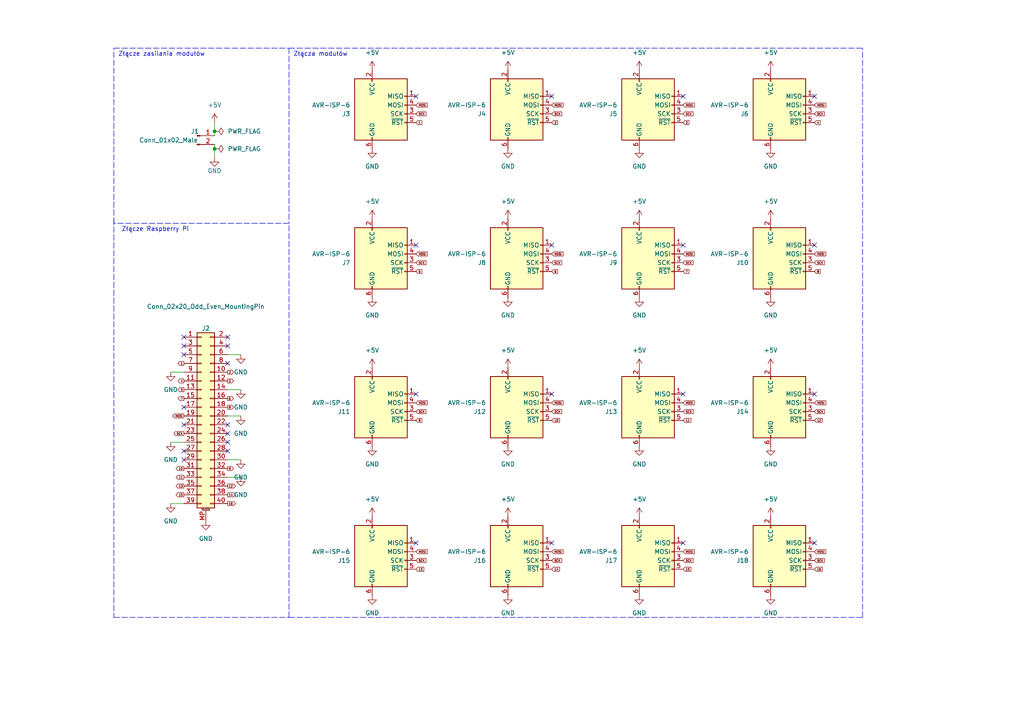
<source format=kicad_sch>
(kicad_sch (version 20211123) (generator eeschema)

  (uuid febdfea5-38c6-46db-964d-9b6c82959111)

  (paper "A4")

  (title_block
    (title "Connector PCB v2")
    (date "2022-06-05")
    (rev "1")
  )

  (lib_symbols
    (symbol "Connector:AVR-ISP-6" (pin_names (offset 1.016)) (in_bom yes) (on_board yes)
      (property "Reference" "J" (id 0) (at -6.35 11.43 0)
        (effects (font (size 1.27 1.27)) (justify left))
      )
      (property "Value" "AVR-ISP-6" (id 1) (at 0 11.43 0)
        (effects (font (size 1.27 1.27)) (justify left))
      )
      (property "Footprint" "" (id 2) (at -6.35 1.27 90)
        (effects (font (size 1.27 1.27)) hide)
      )
      (property "Datasheet" " ~" (id 3) (at -32.385 -13.97 0)
        (effects (font (size 1.27 1.27)) hide)
      )
      (property "ki_keywords" "AVR ISP Connector" (id 4) (at 0 0 0)
        (effects (font (size 1.27 1.27)) hide)
      )
      (property "ki_description" "Atmel 6-pin ISP connector" (id 5) (at 0 0 0)
        (effects (font (size 1.27 1.27)) hide)
      )
      (property "ki_fp_filters" "IDC?Header*2x03* Pin?Header*2x03*" (id 6) (at 0 0 0)
        (effects (font (size 1.27 1.27)) hide)
      )
      (symbol "AVR-ISP-6_0_1"
        (rectangle (start -2.667 -6.858) (end -2.413 -7.62)
          (stroke (width 0) (type default) (color 0 0 0 0))
          (fill (type none))
        )
        (rectangle (start -2.667 10.16) (end -2.413 9.398)
          (stroke (width 0) (type default) (color 0 0 0 0))
          (fill (type none))
        )
        (rectangle (start 7.62 -2.413) (end 6.858 -2.667)
          (stroke (width 0) (type default) (color 0 0 0 0))
          (fill (type none))
        )
        (rectangle (start 7.62 0.127) (end 6.858 -0.127)
          (stroke (width 0) (type default) (color 0 0 0 0))
          (fill (type none))
        )
        (rectangle (start 7.62 2.667) (end 6.858 2.413)
          (stroke (width 0) (type default) (color 0 0 0 0))
          (fill (type none))
        )
        (rectangle (start 7.62 5.207) (end 6.858 4.953)
          (stroke (width 0) (type default) (color 0 0 0 0))
          (fill (type none))
        )
        (rectangle (start 7.62 10.16) (end -7.62 -7.62)
          (stroke (width 0.254) (type default) (color 0 0 0 0))
          (fill (type background))
        )
      )
      (symbol "AVR-ISP-6_1_1"
        (pin passive line (at 10.16 5.08 180) (length 2.54)
          (name "MISO" (effects (font (size 1.27 1.27))))
          (number "1" (effects (font (size 1.27 1.27))))
        )
        (pin passive line (at -2.54 12.7 270) (length 2.54)
          (name "VCC" (effects (font (size 1.27 1.27))))
          (number "2" (effects (font (size 1.27 1.27))))
        )
        (pin passive line (at 10.16 0 180) (length 2.54)
          (name "SCK" (effects (font (size 1.27 1.27))))
          (number "3" (effects (font (size 1.27 1.27))))
        )
        (pin passive line (at 10.16 2.54 180) (length 2.54)
          (name "MOSI" (effects (font (size 1.27 1.27))))
          (number "4" (effects (font (size 1.27 1.27))))
        )
        (pin passive line (at 10.16 -2.54 180) (length 2.54)
          (name "~{RST}" (effects (font (size 1.27 1.27))))
          (number "5" (effects (font (size 1.27 1.27))))
        )
        (pin passive line (at -2.54 -10.16 90) (length 2.54)
          (name "GND" (effects (font (size 1.27 1.27))))
          (number "6" (effects (font (size 1.27 1.27))))
        )
      )
    )
    (symbol "Connector:Conn_01x02_Male" (pin_names (offset 1.016) hide) (in_bom yes) (on_board yes)
      (property "Reference" "J" (id 0) (at 0 2.54 0)
        (effects (font (size 1.27 1.27)))
      )
      (property "Value" "Conn_01x02_Male" (id 1) (at 0 -5.08 0)
        (effects (font (size 1.27 1.27)))
      )
      (property "Footprint" "" (id 2) (at 0 0 0)
        (effects (font (size 1.27 1.27)) hide)
      )
      (property "Datasheet" "~" (id 3) (at 0 0 0)
        (effects (font (size 1.27 1.27)) hide)
      )
      (property "ki_keywords" "connector" (id 4) (at 0 0 0)
        (effects (font (size 1.27 1.27)) hide)
      )
      (property "ki_description" "Generic connector, single row, 01x02, script generated (kicad-library-utils/schlib/autogen/connector/)" (id 5) (at 0 0 0)
        (effects (font (size 1.27 1.27)) hide)
      )
      (property "ki_fp_filters" "Connector*:*_1x??_*" (id 6) (at 0 0 0)
        (effects (font (size 1.27 1.27)) hide)
      )
      (symbol "Conn_01x02_Male_1_1"
        (polyline
          (pts
            (xy 1.27 -2.54)
            (xy 0.8636 -2.54)
          )
          (stroke (width 0.1524) (type default) (color 0 0 0 0))
          (fill (type none))
        )
        (polyline
          (pts
            (xy 1.27 0)
            (xy 0.8636 0)
          )
          (stroke (width 0.1524) (type default) (color 0 0 0 0))
          (fill (type none))
        )
        (rectangle (start 0.8636 -2.413) (end 0 -2.667)
          (stroke (width 0.1524) (type default) (color 0 0 0 0))
          (fill (type outline))
        )
        (rectangle (start 0.8636 0.127) (end 0 -0.127)
          (stroke (width 0.1524) (type default) (color 0 0 0 0))
          (fill (type outline))
        )
        (pin passive line (at 5.08 0 180) (length 3.81)
          (name "Pin_1" (effects (font (size 1.27 1.27))))
          (number "1" (effects (font (size 1.27 1.27))))
        )
        (pin passive line (at 5.08 -2.54 180) (length 3.81)
          (name "Pin_2" (effects (font (size 1.27 1.27))))
          (number "2" (effects (font (size 1.27 1.27))))
        )
      )
    )
    (symbol "Connector_Generic_MountingPin:Conn_02x20_Odd_Even_MountingPin" (pin_names (offset 1.016) hide) (in_bom yes) (on_board yes)
      (property "Reference" "J" (id 0) (at 1.27 25.4 0)
        (effects (font (size 1.27 1.27)))
      )
      (property "Value" "Conn_02x20_Odd_Even_MountingPin" (id 1) (at 2.54 -27.94 0)
        (effects (font (size 1.27 1.27)) (justify left))
      )
      (property "Footprint" "" (id 2) (at 0 0 0)
        (effects (font (size 1.27 1.27)) hide)
      )
      (property "Datasheet" "~" (id 3) (at 0 0 0)
        (effects (font (size 1.27 1.27)) hide)
      )
      (property "ki_keywords" "connector" (id 4) (at 0 0 0)
        (effects (font (size 1.27 1.27)) hide)
      )
      (property "ki_description" "Generic connectable mounting pin connector, double row, 02x20, odd/even pin numbering scheme (row 1 odd numbers, row 2 even numbers), script generated (kicad-library-utils/schlib/autogen/connector/)" (id 5) (at 0 0 0)
        (effects (font (size 1.27 1.27)) hide)
      )
      (property "ki_fp_filters" "Connector*:*_2x??-1MP*" (id 6) (at 0 0 0)
        (effects (font (size 1.27 1.27)) hide)
      )
      (symbol "Conn_02x20_Odd_Even_MountingPin_1_1"
        (rectangle (start -1.27 -25.273) (end 0 -25.527)
          (stroke (width 0.1524) (type default) (color 0 0 0 0))
          (fill (type none))
        )
        (rectangle (start -1.27 -22.733) (end 0 -22.987)
          (stroke (width 0.1524) (type default) (color 0 0 0 0))
          (fill (type none))
        )
        (rectangle (start -1.27 -20.193) (end 0 -20.447)
          (stroke (width 0.1524) (type default) (color 0 0 0 0))
          (fill (type none))
        )
        (rectangle (start -1.27 -17.653) (end 0 -17.907)
          (stroke (width 0.1524) (type default) (color 0 0 0 0))
          (fill (type none))
        )
        (rectangle (start -1.27 -15.113) (end 0 -15.367)
          (stroke (width 0.1524) (type default) (color 0 0 0 0))
          (fill (type none))
        )
        (rectangle (start -1.27 -12.573) (end 0 -12.827)
          (stroke (width 0.1524) (type default) (color 0 0 0 0))
          (fill (type none))
        )
        (rectangle (start -1.27 -10.033) (end 0 -10.287)
          (stroke (width 0.1524) (type default) (color 0 0 0 0))
          (fill (type none))
        )
        (rectangle (start -1.27 -7.493) (end 0 -7.747)
          (stroke (width 0.1524) (type default) (color 0 0 0 0))
          (fill (type none))
        )
        (rectangle (start -1.27 -4.953) (end 0 -5.207)
          (stroke (width 0.1524) (type default) (color 0 0 0 0))
          (fill (type none))
        )
        (rectangle (start -1.27 -2.413) (end 0 -2.667)
          (stroke (width 0.1524) (type default) (color 0 0 0 0))
          (fill (type none))
        )
        (rectangle (start -1.27 0.127) (end 0 -0.127)
          (stroke (width 0.1524) (type default) (color 0 0 0 0))
          (fill (type none))
        )
        (rectangle (start -1.27 2.667) (end 0 2.413)
          (stroke (width 0.1524) (type default) (color 0 0 0 0))
          (fill (type none))
        )
        (rectangle (start -1.27 5.207) (end 0 4.953)
          (stroke (width 0.1524) (type default) (color 0 0 0 0))
          (fill (type none))
        )
        (rectangle (start -1.27 7.747) (end 0 7.493)
          (stroke (width 0.1524) (type default) (color 0 0 0 0))
          (fill (type none))
        )
        (rectangle (start -1.27 10.287) (end 0 10.033)
          (stroke (width 0.1524) (type default) (color 0 0 0 0))
          (fill (type none))
        )
        (rectangle (start -1.27 12.827) (end 0 12.573)
          (stroke (width 0.1524) (type default) (color 0 0 0 0))
          (fill (type none))
        )
        (rectangle (start -1.27 15.367) (end 0 15.113)
          (stroke (width 0.1524) (type default) (color 0 0 0 0))
          (fill (type none))
        )
        (rectangle (start -1.27 17.907) (end 0 17.653)
          (stroke (width 0.1524) (type default) (color 0 0 0 0))
          (fill (type none))
        )
        (rectangle (start -1.27 20.447) (end 0 20.193)
          (stroke (width 0.1524) (type default) (color 0 0 0 0))
          (fill (type none))
        )
        (rectangle (start -1.27 22.987) (end 0 22.733)
          (stroke (width 0.1524) (type default) (color 0 0 0 0))
          (fill (type none))
        )
        (rectangle (start -1.27 24.13) (end 3.81 -26.67)
          (stroke (width 0.254) (type default) (color 0 0 0 0))
          (fill (type background))
        )
        (polyline
          (pts
            (xy 0.254 -27.432)
            (xy 2.286 -27.432)
          )
          (stroke (width 0.1524) (type default) (color 0 0 0 0))
          (fill (type none))
        )
        (rectangle (start 3.81 -25.273) (end 2.54 -25.527)
          (stroke (width 0.1524) (type default) (color 0 0 0 0))
          (fill (type none))
        )
        (rectangle (start 3.81 -22.733) (end 2.54 -22.987)
          (stroke (width 0.1524) (type default) (color 0 0 0 0))
          (fill (type none))
        )
        (rectangle (start 3.81 -20.193) (end 2.54 -20.447)
          (stroke (width 0.1524) (type default) (color 0 0 0 0))
          (fill (type none))
        )
        (rectangle (start 3.81 -17.653) (end 2.54 -17.907)
          (stroke (width 0.1524) (type default) (color 0 0 0 0))
          (fill (type none))
        )
        (rectangle (start 3.81 -15.113) (end 2.54 -15.367)
          (stroke (width 0.1524) (type default) (color 0 0 0 0))
          (fill (type none))
        )
        (rectangle (start 3.81 -12.573) (end 2.54 -12.827)
          (stroke (width 0.1524) (type default) (color 0 0 0 0))
          (fill (type none))
        )
        (rectangle (start 3.81 -10.033) (end 2.54 -10.287)
          (stroke (width 0.1524) (type default) (color 0 0 0 0))
          (fill (type none))
        )
        (rectangle (start 3.81 -7.493) (end 2.54 -7.747)
          (stroke (width 0.1524) (type default) (color 0 0 0 0))
          (fill (type none))
        )
        (rectangle (start 3.81 -4.953) (end 2.54 -5.207)
          (stroke (width 0.1524) (type default) (color 0 0 0 0))
          (fill (type none))
        )
        (rectangle (start 3.81 -2.413) (end 2.54 -2.667)
          (stroke (width 0.1524) (type default) (color 0 0 0 0))
          (fill (type none))
        )
        (rectangle (start 3.81 0.127) (end 2.54 -0.127)
          (stroke (width 0.1524) (type default) (color 0 0 0 0))
          (fill (type none))
        )
        (rectangle (start 3.81 2.667) (end 2.54 2.413)
          (stroke (width 0.1524) (type default) (color 0 0 0 0))
          (fill (type none))
        )
        (rectangle (start 3.81 5.207) (end 2.54 4.953)
          (stroke (width 0.1524) (type default) (color 0 0 0 0))
          (fill (type none))
        )
        (rectangle (start 3.81 7.747) (end 2.54 7.493)
          (stroke (width 0.1524) (type default) (color 0 0 0 0))
          (fill (type none))
        )
        (rectangle (start 3.81 10.287) (end 2.54 10.033)
          (stroke (width 0.1524) (type default) (color 0 0 0 0))
          (fill (type none))
        )
        (rectangle (start 3.81 12.827) (end 2.54 12.573)
          (stroke (width 0.1524) (type default) (color 0 0 0 0))
          (fill (type none))
        )
        (rectangle (start 3.81 15.367) (end 2.54 15.113)
          (stroke (width 0.1524) (type default) (color 0 0 0 0))
          (fill (type none))
        )
        (rectangle (start 3.81 17.907) (end 2.54 17.653)
          (stroke (width 0.1524) (type default) (color 0 0 0 0))
          (fill (type none))
        )
        (rectangle (start 3.81 20.447) (end 2.54 20.193)
          (stroke (width 0.1524) (type default) (color 0 0 0 0))
          (fill (type none))
        )
        (rectangle (start 3.81 22.987) (end 2.54 22.733)
          (stroke (width 0.1524) (type default) (color 0 0 0 0))
          (fill (type none))
        )
        (text "Mounting" (at 1.27 -27.051 0)
          (effects (font (size 0.381 0.381)))
        )
        (pin passive line (at -5.08 22.86 0) (length 3.81)
          (name "Pin_1" (effects (font (size 1.27 1.27))))
          (number "1" (effects (font (size 1.27 1.27))))
        )
        (pin passive line (at 7.62 12.7 180) (length 3.81)
          (name "Pin_10" (effects (font (size 1.27 1.27))))
          (number "10" (effects (font (size 1.27 1.27))))
        )
        (pin passive line (at -5.08 10.16 0) (length 3.81)
          (name "Pin_11" (effects (font (size 1.27 1.27))))
          (number "11" (effects (font (size 1.27 1.27))))
        )
        (pin passive line (at 7.62 10.16 180) (length 3.81)
          (name "Pin_12" (effects (font (size 1.27 1.27))))
          (number "12" (effects (font (size 1.27 1.27))))
        )
        (pin passive line (at -5.08 7.62 0) (length 3.81)
          (name "Pin_13" (effects (font (size 1.27 1.27))))
          (number "13" (effects (font (size 1.27 1.27))))
        )
        (pin passive line (at 7.62 7.62 180) (length 3.81)
          (name "Pin_14" (effects (font (size 1.27 1.27))))
          (number "14" (effects (font (size 1.27 1.27))))
        )
        (pin passive line (at -5.08 5.08 0) (length 3.81)
          (name "Pin_15" (effects (font (size 1.27 1.27))))
          (number "15" (effects (font (size 1.27 1.27))))
        )
        (pin passive line (at 7.62 5.08 180) (length 3.81)
          (name "Pin_16" (effects (font (size 1.27 1.27))))
          (number "16" (effects (font (size 1.27 1.27))))
        )
        (pin passive line (at -5.08 2.54 0) (length 3.81)
          (name "Pin_17" (effects (font (size 1.27 1.27))))
          (number "17" (effects (font (size 1.27 1.27))))
        )
        (pin passive line (at 7.62 2.54 180) (length 3.81)
          (name "Pin_18" (effects (font (size 1.27 1.27))))
          (number "18" (effects (font (size 1.27 1.27))))
        )
        (pin passive line (at -5.08 0 0) (length 3.81)
          (name "Pin_19" (effects (font (size 1.27 1.27))))
          (number "19" (effects (font (size 1.27 1.27))))
        )
        (pin passive line (at 7.62 22.86 180) (length 3.81)
          (name "Pin_2" (effects (font (size 1.27 1.27))))
          (number "2" (effects (font (size 1.27 1.27))))
        )
        (pin passive line (at 7.62 0 180) (length 3.81)
          (name "Pin_20" (effects (font (size 1.27 1.27))))
          (number "20" (effects (font (size 1.27 1.27))))
        )
        (pin passive line (at -5.08 -2.54 0) (length 3.81)
          (name "Pin_21" (effects (font (size 1.27 1.27))))
          (number "21" (effects (font (size 1.27 1.27))))
        )
        (pin passive line (at 7.62 -2.54 180) (length 3.81)
          (name "Pin_22" (effects (font (size 1.27 1.27))))
          (number "22" (effects (font (size 1.27 1.27))))
        )
        (pin passive line (at -5.08 -5.08 0) (length 3.81)
          (name "Pin_23" (effects (font (size 1.27 1.27))))
          (number "23" (effects (font (size 1.27 1.27))))
        )
        (pin passive line (at 7.62 -5.08 180) (length 3.81)
          (name "Pin_24" (effects (font (size 1.27 1.27))))
          (number "24" (effects (font (size 1.27 1.27))))
        )
        (pin passive line (at -5.08 -7.62 0) (length 3.81)
          (name "Pin_25" (effects (font (size 1.27 1.27))))
          (number "25" (effects (font (size 1.27 1.27))))
        )
        (pin passive line (at 7.62 -7.62 180) (length 3.81)
          (name "Pin_26" (effects (font (size 1.27 1.27))))
          (number "26" (effects (font (size 1.27 1.27))))
        )
        (pin passive line (at -5.08 -10.16 0) (length 3.81)
          (name "Pin_27" (effects (font (size 1.27 1.27))))
          (number "27" (effects (font (size 1.27 1.27))))
        )
        (pin passive line (at 7.62 -10.16 180) (length 3.81)
          (name "Pin_28" (effects (font (size 1.27 1.27))))
          (number "28" (effects (font (size 1.27 1.27))))
        )
        (pin passive line (at -5.08 -12.7 0) (length 3.81)
          (name "Pin_29" (effects (font (size 1.27 1.27))))
          (number "29" (effects (font (size 1.27 1.27))))
        )
        (pin passive line (at -5.08 20.32 0) (length 3.81)
          (name "Pin_3" (effects (font (size 1.27 1.27))))
          (number "3" (effects (font (size 1.27 1.27))))
        )
        (pin passive line (at 7.62 -12.7 180) (length 3.81)
          (name "Pin_30" (effects (font (size 1.27 1.27))))
          (number "30" (effects (font (size 1.27 1.27))))
        )
        (pin passive line (at -5.08 -15.24 0) (length 3.81)
          (name "Pin_31" (effects (font (size 1.27 1.27))))
          (number "31" (effects (font (size 1.27 1.27))))
        )
        (pin passive line (at 7.62 -15.24 180) (length 3.81)
          (name "Pin_32" (effects (font (size 1.27 1.27))))
          (number "32" (effects (font (size 1.27 1.27))))
        )
        (pin passive line (at -5.08 -17.78 0) (length 3.81)
          (name "Pin_33" (effects (font (size 1.27 1.27))))
          (number "33" (effects (font (size 1.27 1.27))))
        )
        (pin passive line (at 7.62 -17.78 180) (length 3.81)
          (name "Pin_34" (effects (font (size 1.27 1.27))))
          (number "34" (effects (font (size 1.27 1.27))))
        )
        (pin passive line (at -5.08 -20.32 0) (length 3.81)
          (name "Pin_35" (effects (font (size 1.27 1.27))))
          (number "35" (effects (font (size 1.27 1.27))))
        )
        (pin passive line (at 7.62 -20.32 180) (length 3.81)
          (name "Pin_36" (effects (font (size 1.27 1.27))))
          (number "36" (effects (font (size 1.27 1.27))))
        )
        (pin passive line (at -5.08 -22.86 0) (length 3.81)
          (name "Pin_37" (effects (font (size 1.27 1.27))))
          (number "37" (effects (font (size 1.27 1.27))))
        )
        (pin passive line (at 7.62 -22.86 180) (length 3.81)
          (name "Pin_38" (effects (font (size 1.27 1.27))))
          (number "38" (effects (font (size 1.27 1.27))))
        )
        (pin passive line (at -5.08 -25.4 0) (length 3.81)
          (name "Pin_39" (effects (font (size 1.27 1.27))))
          (number "39" (effects (font (size 1.27 1.27))))
        )
        (pin passive line (at 7.62 20.32 180) (length 3.81)
          (name "Pin_4" (effects (font (size 1.27 1.27))))
          (number "4" (effects (font (size 1.27 1.27))))
        )
        (pin passive line (at 7.62 -25.4 180) (length 3.81)
          (name "Pin_40" (effects (font (size 1.27 1.27))))
          (number "40" (effects (font (size 1.27 1.27))))
        )
        (pin passive line (at -5.08 17.78 0) (length 3.81)
          (name "Pin_5" (effects (font (size 1.27 1.27))))
          (number "5" (effects (font (size 1.27 1.27))))
        )
        (pin passive line (at 7.62 17.78 180) (length 3.81)
          (name "Pin_6" (effects (font (size 1.27 1.27))))
          (number "6" (effects (font (size 1.27 1.27))))
        )
        (pin passive line (at -5.08 15.24 0) (length 3.81)
          (name "Pin_7" (effects (font (size 1.27 1.27))))
          (number "7" (effects (font (size 1.27 1.27))))
        )
        (pin passive line (at 7.62 15.24 180) (length 3.81)
          (name "Pin_8" (effects (font (size 1.27 1.27))))
          (number "8" (effects (font (size 1.27 1.27))))
        )
        (pin passive line (at -5.08 12.7 0) (length 3.81)
          (name "Pin_9" (effects (font (size 1.27 1.27))))
          (number "9" (effects (font (size 1.27 1.27))))
        )
        (pin passive line (at 1.27 -30.48 90) (length 3.048)
          (name "MountPin" (effects (font (size 1.27 1.27))))
          (number "MP" (effects (font (size 1.27 1.27))))
        )
      )
    )
    (symbol "power:+5V" (power) (pin_names (offset 0)) (in_bom yes) (on_board yes)
      (property "Reference" "#PWR" (id 0) (at 0 -3.81 0)
        (effects (font (size 1.27 1.27)) hide)
      )
      (property "Value" "+5V" (id 1) (at 0 3.556 0)
        (effects (font (size 1.27 1.27)))
      )
      (property "Footprint" "" (id 2) (at 0 0 0)
        (effects (font (size 1.27 1.27)) hide)
      )
      (property "Datasheet" "" (id 3) (at 0 0 0)
        (effects (font (size 1.27 1.27)) hide)
      )
      (property "ki_keywords" "power-flag" (id 4) (at 0 0 0)
        (effects (font (size 1.27 1.27)) hide)
      )
      (property "ki_description" "Power symbol creates a global label with name \"+5V\"" (id 5) (at 0 0 0)
        (effects (font (size 1.27 1.27)) hide)
      )
      (symbol "+5V_0_1"
        (polyline
          (pts
            (xy -0.762 1.27)
            (xy 0 2.54)
          )
          (stroke (width 0) (type default) (color 0 0 0 0))
          (fill (type none))
        )
        (polyline
          (pts
            (xy 0 0)
            (xy 0 2.54)
          )
          (stroke (width 0) (type default) (color 0 0 0 0))
          (fill (type none))
        )
        (polyline
          (pts
            (xy 0 2.54)
            (xy 0.762 1.27)
          )
          (stroke (width 0) (type default) (color 0 0 0 0))
          (fill (type none))
        )
      )
      (symbol "+5V_1_1"
        (pin power_in line (at 0 0 90) (length 0) hide
          (name "+5V" (effects (font (size 1.27 1.27))))
          (number "1" (effects (font (size 1.27 1.27))))
        )
      )
    )
    (symbol "power:GND" (power) (pin_names (offset 0)) (in_bom yes) (on_board yes)
      (property "Reference" "#PWR" (id 0) (at 0 -6.35 0)
        (effects (font (size 1.27 1.27)) hide)
      )
      (property "Value" "GND" (id 1) (at 0 -3.81 0)
        (effects (font (size 1.27 1.27)))
      )
      (property "Footprint" "" (id 2) (at 0 0 0)
        (effects (font (size 1.27 1.27)) hide)
      )
      (property "Datasheet" "" (id 3) (at 0 0 0)
        (effects (font (size 1.27 1.27)) hide)
      )
      (property "ki_keywords" "power-flag" (id 4) (at 0 0 0)
        (effects (font (size 1.27 1.27)) hide)
      )
      (property "ki_description" "Power symbol creates a global label with name \"GND\" , ground" (id 5) (at 0 0 0)
        (effects (font (size 1.27 1.27)) hide)
      )
      (symbol "GND_0_1"
        (polyline
          (pts
            (xy 0 0)
            (xy 0 -1.27)
            (xy 1.27 -1.27)
            (xy 0 -2.54)
            (xy -1.27 -1.27)
            (xy 0 -1.27)
          )
          (stroke (width 0) (type default) (color 0 0 0 0))
          (fill (type none))
        )
      )
      (symbol "GND_1_1"
        (pin power_in line (at 0 0 270) (length 0) hide
          (name "GND" (effects (font (size 1.27 1.27))))
          (number "1" (effects (font (size 1.27 1.27))))
        )
      )
    )
    (symbol "power:PWR_FLAG" (power) (pin_numbers hide) (pin_names (offset 0) hide) (in_bom yes) (on_board yes)
      (property "Reference" "#FLG" (id 0) (at 0 1.905 0)
        (effects (font (size 1.27 1.27)) hide)
      )
      (property "Value" "PWR_FLAG" (id 1) (at 0 3.81 0)
        (effects (font (size 1.27 1.27)))
      )
      (property "Footprint" "" (id 2) (at 0 0 0)
        (effects (font (size 1.27 1.27)) hide)
      )
      (property "Datasheet" "~" (id 3) (at 0 0 0)
        (effects (font (size 1.27 1.27)) hide)
      )
      (property "ki_keywords" "power-flag" (id 4) (at 0 0 0)
        (effects (font (size 1.27 1.27)) hide)
      )
      (property "ki_description" "Special symbol for telling ERC where power comes from" (id 5) (at 0 0 0)
        (effects (font (size 1.27 1.27)) hide)
      )
      (symbol "PWR_FLAG_0_0"
        (pin power_out line (at 0 0 90) (length 0)
          (name "pwr" (effects (font (size 1.27 1.27))))
          (number "1" (effects (font (size 1.27 1.27))))
        )
      )
      (symbol "PWR_FLAG_0_1"
        (polyline
          (pts
            (xy 0 0)
            (xy 0 1.27)
            (xy -1.016 1.905)
            (xy 0 2.54)
            (xy 1.016 1.905)
            (xy 0 1.27)
          )
          (stroke (width 0) (type default) (color 0 0 0 0))
          (fill (type none))
        )
      )
    )
  )

  (junction (at 62.23 43.18) (diameter 0) (color 0 0 0 0)
    (uuid c49ece50-a031-4e49-a0ec-a393a1569fba)
  )
  (junction (at 62.23 38.1) (diameter 0) (color 0 0 0 0)
    (uuid d8803e63-c861-4f9e-a64e-4b91c6bb904c)
  )

  (no_connect (at 66.04 97.79) (uuid 116fcb38-2d94-4f7c-8871-3e9195829876))
  (no_connect (at 66.04 100.33) (uuid 116fcb38-2d94-4f7c-8871-3e9195829877))
  (no_connect (at 66.04 105.41) (uuid 116fcb38-2d94-4f7c-8871-3e9195829878))
  (no_connect (at 53.34 100.33) (uuid 116fcb38-2d94-4f7c-8871-3e9195829879))
  (no_connect (at 53.34 102.87) (uuid 116fcb38-2d94-4f7c-8871-3e919582987a))
  (no_connect (at 120.65 27.94) (uuid 116fcb38-2d94-4f7c-8871-3e919582987b))
  (no_connect (at 66.04 130.81) (uuid 116fcb38-2d94-4f7c-8871-3e919582987c))
  (no_connect (at 66.04 123.19) (uuid 116fcb38-2d94-4f7c-8871-3e919582987d))
  (no_connect (at 66.04 128.27) (uuid 116fcb38-2d94-4f7c-8871-3e919582987e))
  (no_connect (at 66.04 125.73) (uuid 116fcb38-2d94-4f7c-8871-3e919582987f))
  (no_connect (at 53.34 133.35) (uuid 116fcb38-2d94-4f7c-8871-3e9195829880))
  (no_connect (at 53.34 130.81) (uuid 116fcb38-2d94-4f7c-8871-3e9195829881))
  (no_connect (at 53.34 118.11) (uuid 116fcb38-2d94-4f7c-8871-3e9195829882))
  (no_connect (at 53.34 123.19) (uuid 116fcb38-2d94-4f7c-8871-3e9195829883))
  (no_connect (at 160.02 27.94) (uuid 116fcb38-2d94-4f7c-8871-3e9195829884))
  (no_connect (at 198.12 27.94) (uuid 116fcb38-2d94-4f7c-8871-3e9195829885))
  (no_connect (at 236.22 27.94) (uuid 116fcb38-2d94-4f7c-8871-3e9195829886))
  (no_connect (at 160.02 71.12) (uuid 116fcb38-2d94-4f7c-8871-3e9195829887))
  (no_connect (at 236.22 71.12) (uuid 116fcb38-2d94-4f7c-8871-3e9195829888))
  (no_connect (at 198.12 71.12) (uuid 116fcb38-2d94-4f7c-8871-3e9195829889))
  (no_connect (at 120.65 114.3) (uuid 116fcb38-2d94-4f7c-8871-3e919582988a))
  (no_connect (at 120.65 157.48) (uuid 116fcb38-2d94-4f7c-8871-3e919582988b))
  (no_connect (at 120.65 71.12) (uuid 116fcb38-2d94-4f7c-8871-3e919582988c))
  (no_connect (at 236.22 114.3) (uuid 116fcb38-2d94-4f7c-8871-3e919582988d))
  (no_connect (at 198.12 114.3) (uuid 116fcb38-2d94-4f7c-8871-3e919582988e))
  (no_connect (at 198.12 157.48) (uuid 116fcb38-2d94-4f7c-8871-3e919582988f))
  (no_connect (at 236.22 157.48) (uuid 116fcb38-2d94-4f7c-8871-3e9195829890))
  (no_connect (at 160.02 157.48) (uuid 116fcb38-2d94-4f7c-8871-3e9195829891))
  (no_connect (at 160.02 114.3) (uuid 116fcb38-2d94-4f7c-8871-3e9195829892))
  (no_connect (at 53.34 97.79) (uuid 3419bf0a-000c-4cd5-b432-40a02b6b602b))

  (wire (pts (xy 69.85 102.87) (xy 66.04 102.87))
    (stroke (width 0) (type default) (color 0 0 0 0))
    (uuid 02bb161f-931c-48df-a863-42bc0de4f71e)
  )
  (wire (pts (xy 69.85 113.03) (xy 66.04 113.03))
    (stroke (width 0) (type default) (color 0 0 0 0))
    (uuid 21b5d958-1dda-425e-8925-4cdfe9bf4a5b)
  )
  (wire (pts (xy 69.85 133.35) (xy 66.04 133.35))
    (stroke (width 0) (type default) (color 0 0 0 0))
    (uuid 26eacd46-380b-436f-a481-89a94d0908b1)
  )
  (polyline (pts (xy 33.02 13.97) (xy 83.82 13.97))
    (stroke (width 0) (type default) (color 0 0 0 0))
    (uuid 2765c18b-ae29-4f72-99e7-d9f1680c1453)
  )
  (polyline (pts (xy 83.82 179.07) (xy 250.19 179.07))
    (stroke (width 0) (type default) (color 0 0 0 0))
    (uuid 3000adc9-6b9d-47d1-951b-620efd2b25d5)
  )
  (polyline (pts (xy 250.19 179.07) (xy 250.19 13.97))
    (stroke (width 0) (type default) (color 0 0 0 0))
    (uuid 36d00dd9-1443-4a83-b21e-171f0576f89c)
  )

  (wire (pts (xy 62.23 38.1) (xy 62.23 39.37))
    (stroke (width 0) (type default) (color 0 0 0 0))
    (uuid 452058cd-1b88-4291-907b-fbe942cd4fcc)
  )
  (wire (pts (xy 69.85 138.43) (xy 66.04 138.43))
    (stroke (width 0) (type default) (color 0 0 0 0))
    (uuid 4eeb9392-654a-4431-b641-e41b31274e09)
  )
  (wire (pts (xy 49.53 146.05) (xy 53.34 146.05))
    (stroke (width 0) (type default) (color 0 0 0 0))
    (uuid 541b0d06-ef90-4cd0-adf5-3e6e9c4bb6d2)
  )
  (polyline (pts (xy 83.82 179.07) (xy 83.82 64.77))
    (stroke (width 0) (type default) (color 0 0 0 0))
    (uuid 61a2330d-d059-41de-85b0-3f2d54a4b9cd)
  )

  (wire (pts (xy 62.23 35.56) (xy 62.23 38.1))
    (stroke (width 0) (type default) (color 0 0 0 0))
    (uuid 64a6940b-2eb0-4254-9bcb-a5426ae1c97c)
  )
  (wire (pts (xy 62.23 43.18) (xy 62.23 45.72))
    (stroke (width 0) (type default) (color 0 0 0 0))
    (uuid 6eec453e-88fd-40a5-a053-de15084d5ecd)
  )
  (polyline (pts (xy 33.02 63.5) (xy 33.02 179.07))
    (stroke (width 0) (type default) (color 0 0 0 0))
    (uuid 76d3969b-a483-48a9-a04a-083eaf280225)
  )

  (wire (pts (xy 62.23 41.91) (xy 62.23 43.18))
    (stroke (width 0) (type default) (color 0 0 0 0))
    (uuid 84f3a650-ecbf-4e63-9092-3dc2fbbd1fde)
  )
  (polyline (pts (xy 83.82 13.97) (xy 250.19 13.97))
    (stroke (width 0) (type default) (color 0 0 0 0))
    (uuid 978996c1-6b84-4b62-9ce8-bdf8c9187791)
  )
  (polyline (pts (xy 33.02 64.77) (xy 33.02 13.97))
    (stroke (width 0) (type default) (color 0 0 0 0))
    (uuid b28243de-010c-4a16-b808-53a2020ac578)
  )

  (wire (pts (xy 49.53 128.27) (xy 53.34 128.27))
    (stroke (width 0) (type default) (color 0 0 0 0))
    (uuid be373b18-1d43-4e95-8330-d33660076655)
  )
  (wire (pts (xy 69.85 120.65) (xy 66.04 120.65))
    (stroke (width 0) (type default) (color 0 0 0 0))
    (uuid c58a1288-5d8d-4f1e-94af-d1cd0c910846)
  )
  (polyline (pts (xy 83.82 13.97) (xy 83.82 64.77))
    (stroke (width 0) (type default) (color 0 0 0 0))
    (uuid d5bc145d-cdee-4da9-a5e3-2a5875d0ddfb)
  )
  (polyline (pts (xy 83.82 64.77) (xy 33.02 64.77))
    (stroke (width 0) (type default) (color 0 0 0 0))
    (uuid d77934e2-f127-4f1e-b694-edaed9c0999a)
  )
  (polyline (pts (xy 33.02 179.07) (xy 83.82 179.07))
    (stroke (width 0) (type default) (color 0 0 0 0))
    (uuid f951878e-81bf-4a94-9853-e3fefadcd561)
  )

  (wire (pts (xy 49.53 107.95) (xy 53.34 107.95))
    (stroke (width 0) (type default) (color 0 0 0 0))
    (uuid fc7e2bc9-c5a4-4ce0-9075-b132748933c1)
  )

  (text "Złącze zasilania modułów" (at 34.29 16.51 0)
    (effects (font (size 1.27 1.27)) (justify left bottom))
    (uuid 988a3a77-c7b7-484b-beec-4cf70c4a68a8)
  )
  (text " Złącze Raspberry Pi" (at 34.29 67.31 0)
    (effects (font (size 1.27 1.27)) (justify left bottom))
    (uuid ad18dc68-2385-4e46-83f3-44aedd92e04b)
  )
  (text "Złącza modułów" (at 85.09 16.51 0)
    (effects (font (size 1.27 1.27)) (justify left bottom))
    (uuid f67399f5-8b13-4c98-bbe8-106773bbee15)
  )

  (global_label "15" (shape input) (at 198.12 165.1 0) (fields_autoplaced)
    (effects (font (size 0.6 0.6)) (justify left))
    (uuid 0502c3c9-e808-42cd-ad75-72870364230d)
    (property "Intersheet References" "${INTERSHEET_REFS}" (id 0) (at 200.4029 165.1375 0)
      (effects (font (size 0.6 0.6)) (justify left) hide)
    )
  )
  (global_label "SCK" (shape input) (at 198.12 33.02 0) (fields_autoplaced)
    (effects (font (size 0.6 0.6)) (justify left))
    (uuid 05139049-7f7c-4122-97a0-a2e3a73eabce)
    (property "Intersheet References" "${INTERSHEET_REFS}" (id 0) (at 201.0314 33.0575 0)
      (effects (font (size 0.6 0.6)) (justify left) hide)
    )
  )
  (global_label "SCK" (shape input) (at 198.12 162.56 0) (fields_autoplaced)
    (effects (font (size 0.6 0.6)) (justify left))
    (uuid 07a7c6be-5ee5-42a4-879f-b9777fa0c457)
    (property "Intersheet References" "${INTERSHEET_REFS}" (id 0) (at 201.0314 162.5975 0)
      (effects (font (size 0.6 0.6)) (justify left) hide)
    )
  )
  (global_label "SCK" (shape input) (at 236.22 119.38 0) (fields_autoplaced)
    (effects (font (size 0.6 0.6)) (justify left))
    (uuid 1126fdf4-4b4f-4e63-8d2d-fa6073e70a39)
    (property "Intersheet References" "${INTERSHEET_REFS}" (id 0) (at 239.1314 119.4175 0)
      (effects (font (size 0.6 0.6)) (justify left) hide)
    )
  )
  (global_label "MOSI" (shape input) (at 198.12 73.66 0) (fields_autoplaced)
    (effects (font (size 0.6 0.6)) (justify left))
    (uuid 13b34d41-f640-40b0-8ac2-5e0d7dfc855d)
    (property "Intersheet References" "${INTERSHEET_REFS}" (id 0) (at 201.4314 73.6975 0)
      (effects (font (size 0.6 0.6)) (justify left) hide)
    )
  )
  (global_label "13" (shape input) (at 120.65 165.1 0) (fields_autoplaced)
    (effects (font (size 0.6 0.6)) (justify left))
    (uuid 13bf85cf-4029-4895-917f-c0949b534771)
    (property "Intersheet References" "${INTERSHEET_REFS}" (id 0) (at 122.9329 165.0625 0)
      (effects (font (size 0.6 0.6)) (justify left) hide)
    )
  )
  (global_label "MOSI" (shape input) (at 236.22 73.66 0) (fields_autoplaced)
    (effects (font (size 0.6 0.6)) (justify left))
    (uuid 13c00d12-4dcf-44f8-a383-3e5593f8c6e9)
    (property "Intersheet References" "${INTERSHEET_REFS}" (id 0) (at 239.5314 73.6975 0)
      (effects (font (size 0.6 0.6)) (justify left) hide)
    )
  )
  (global_label "MOSI" (shape input) (at 236.22 116.84 0) (fields_autoplaced)
    (effects (font (size 0.6 0.6)) (justify left))
    (uuid 1535358b-bcb4-4417-ba04-4ca8b45c784c)
    (property "Intersheet References" "${INTERSHEET_REFS}" (id 0) (at 239.5314 116.8775 0)
      (effects (font (size 0.6 0.6)) (justify left) hide)
    )
  )
  (global_label "SCK" (shape input) (at 160.02 162.56 0) (fields_autoplaced)
    (effects (font (size 0.6 0.6)) (justify left))
    (uuid 1a247f33-08e2-4740-a95e-2952abff0143)
    (property "Intersheet References" "${INTERSHEET_REFS}" (id 0) (at 162.9314 162.5975 0)
      (effects (font (size 0.6 0.6)) (justify left) hide)
    )
  )
  (global_label "3" (shape output) (at 66.04 110.49 0) (fields_autoplaced)
    (effects (font (size 0.6 0.6)) (justify left))
    (uuid 1b77c59a-a86a-46ce-b3f1-b30d34201467)
    (property "Intersheet References" "${INTERSHEET_REFS}" (id 0) (at 67.7514 110.4525 0)
      (effects (font (size 0.6 0.6)) (justify left) hide)
    )
  )
  (global_label "11" (shape input) (at 198.12 121.92 0) (fields_autoplaced)
    (effects (font (size 0.6 0.6)) (justify left))
    (uuid 1f77b1c4-4374-4bb7-ae51-4545cbc3455b)
    (property "Intersheet References" "${INTERSHEET_REFS}" (id 0) (at 200.4029 121.9575 0)
      (effects (font (size 0.6 0.6)) (justify left) hide)
    )
  )
  (global_label "SCK" (shape input) (at 160.02 33.02 0) (fields_autoplaced)
    (effects (font (size 0.6 0.6)) (justify left))
    (uuid 21c85c2a-ba44-4027-a348-7bab2476107e)
    (property "Intersheet References" "${INTERSHEET_REFS}" (id 0) (at 162.9314 33.0575 0)
      (effects (font (size 0.6 0.6)) (justify left) hide)
    )
  )
  (global_label "MOSI" (shape input) (at 198.12 30.48 0) (fields_autoplaced)
    (effects (font (size 0.6 0.6)) (justify left))
    (uuid 22e8551e-1665-430c-90aa-13a1664088f7)
    (property "Intersheet References" "${INTERSHEET_REFS}" (id 0) (at 201.4314 30.5175 0)
      (effects (font (size 0.6 0.6)) (justify left) hide)
    )
  )
  (global_label "16" (shape output) (at 66.04 146.05 0) (fields_autoplaced)
    (effects (font (size 0.6 0.6)) (justify left))
    (uuid 317754a5-3240-4c1f-a23d-388afdbc7173)
    (property "Intersheet References" "${INTERSHEET_REFS}" (id 0) (at 68.3229 146.0125 0)
      (effects (font (size 0.6 0.6)) (justify left) hide)
    )
  )
  (global_label "MOSI" (shape input) (at 160.02 160.02 0) (fields_autoplaced)
    (effects (font (size 0.6 0.6)) (justify left))
    (uuid 32730f9b-11b5-471b-8583-9fbb259a6ec3)
    (property "Intersheet References" "${INTERSHEET_REFS}" (id 0) (at 163.3314 160.0575 0)
      (effects (font (size 0.6 0.6)) (justify left) hide)
    )
  )
  (global_label "MOSI" (shape input) (at 198.12 160.02 0) (fields_autoplaced)
    (effects (font (size 0.6 0.6)) (justify left))
    (uuid 354d02c4-0d22-406a-bea9-01d64ad784c6)
    (property "Intersheet References" "${INTERSHEET_REFS}" (id 0) (at 201.4314 160.0575 0)
      (effects (font (size 0.6 0.6)) (justify left) hide)
    )
  )
  (global_label "7" (shape input) (at 198.12 78.74 0) (fields_autoplaced)
    (effects (font (size 0.6 0.6)) (justify left))
    (uuid 3b5b9494-9362-4534-a235-85810ac515e1)
    (property "Intersheet References" "${INTERSHEET_REFS}" (id 0) (at 199.8314 78.7025 0)
      (effects (font (size 0.6 0.6)) (justify left) hide)
    )
  )
  (global_label "3" (shape input) (at 198.12 35.56 0) (fields_autoplaced)
    (effects (font (size 0.6 0.6)) (justify left))
    (uuid 3d74f8e9-9b46-4d16-be1d-230516fc6bb6)
    (property "Intersheet References" "${INTERSHEET_REFS}" (id 0) (at 199.8314 35.5225 0)
      (effects (font (size 0.6 0.6)) (justify left) hide)
    )
  )
  (global_label "15" (shape output) (at 53.34 143.51 180) (fields_autoplaced)
    (effects (font (size 0.6 0.6)) (justify right))
    (uuid 45a63e85-46a1-4803-883e-63c76fe2e6ec)
    (property "Intersheet References" "${INTERSHEET_REFS}" (id 0) (at 51.0571 143.4725 0)
      (effects (font (size 0.6 0.6)) (justify right) hide)
    )
  )
  (global_label "12" (shape output) (at 66.04 140.97 0) (fields_autoplaced)
    (effects (font (size 0.6 0.6)) (justify left))
    (uuid 45fb7c0d-01f5-4f4b-bf44-b3c9162e98f4)
    (property "Intersheet References" "${INTERSHEET_REFS}" (id 0) (at 68.3229 140.9325 0)
      (effects (font (size 0.6 0.6)) (justify left) hide)
    )
  )
  (global_label "SCK" (shape input) (at 120.65 162.56 0) (fields_autoplaced)
    (effects (font (size 0.6 0.6)) (justify left))
    (uuid 4a1cbe3e-e770-4185-8d0e-fc05be2b31cc)
    (property "Intersheet References" "${INTERSHEET_REFS}" (id 0) (at 123.5614 162.5975 0)
      (effects (font (size 0.6 0.6)) (justify left) hide)
    )
  )
  (global_label "10" (shape output) (at 53.34 135.89 180) (fields_autoplaced)
    (effects (font (size 0.6 0.6)) (justify right))
    (uuid 4c16f45a-f8c2-43af-89a5-0f1b813fa5fb)
    (property "Intersheet References" "${INTERSHEET_REFS}" (id 0) (at 51.0571 135.8525 0)
      (effects (font (size 0.6 0.6)) (justify right) hide)
    )
  )
  (global_label "SCK" (shape input) (at 198.12 119.38 0) (fields_autoplaced)
    (effects (font (size 0.6 0.6)) (justify left))
    (uuid 4c48a50a-391f-461c-af41-1a7c449bbd1d)
    (property "Intersheet References" "${INTERSHEET_REFS}" (id 0) (at 201.0314 119.4175 0)
      (effects (font (size 0.6 0.6)) (justify left) hide)
    )
  )
  (global_label "SCK" (shape input) (at 120.65 76.2 0) (fields_autoplaced)
    (effects (font (size 0.6 0.6)) (justify left))
    (uuid 4c543022-c0cd-473c-8543-ce5767cc228e)
    (property "Intersheet References" "${INTERSHEET_REFS}" (id 0) (at 123.5614 76.2375 0)
      (effects (font (size 0.6 0.6)) (justify left) hide)
    )
  )
  (global_label "4" (shape input) (at 236.22 35.56 0) (fields_autoplaced)
    (effects (font (size 0.6 0.6)) (justify left))
    (uuid 523c537c-f690-4092-95c3-8e9f99ff8d78)
    (property "Intersheet References" "${INTERSHEET_REFS}" (id 0) (at 237.9314 35.5975 0)
      (effects (font (size 0.6 0.6)) (justify left) hide)
    )
  )
  (global_label "SCK" (shape output) (at 53.34 125.73 180) (fields_autoplaced)
    (effects (font (size 0.6 0.6)) (justify right))
    (uuid 55cefc64-2084-4409-990c-dd5292cedb5b)
    (property "Intersheet References" "${INTERSHEET_REFS}" (id 0) (at 50.4286 125.6925 0)
      (effects (font (size 0.6 0.6)) (justify right) hide)
    )
  )
  (global_label "MOSI" (shape input) (at 120.65 116.84 0) (fields_autoplaced)
    (effects (font (size 0.6 0.6)) (justify left))
    (uuid 59a8a7ab-38ef-4c07-95bf-50cc15fecbb0)
    (property "Intersheet References" "${INTERSHEET_REFS}" (id 0) (at 123.9614 116.8775 0)
      (effects (font (size 0.6 0.6)) (justify left) hide)
    )
  )
  (global_label "5" (shape output) (at 53.34 113.03 180) (fields_autoplaced)
    (effects (font (size 0.6 0.6)) (justify right))
    (uuid 5aa3ff69-eb05-43c7-af3e-0bac7483a4c0)
    (property "Intersheet References" "${INTERSHEET_REFS}" (id 0) (at 51.6286 112.9925 0)
      (effects (font (size 0.6 0.6)) (justify right) hide)
    )
  )
  (global_label "10" (shape input) (at 160.02 121.92 0) (fields_autoplaced)
    (effects (font (size 0.6 0.6)) (justify left))
    (uuid 5d9ef1bb-bd46-477f-814f-ce9d48c17430)
    (property "Intersheet References" "${INTERSHEET_REFS}" (id 0) (at 162.3029 121.8825 0)
      (effects (font (size 0.6 0.6)) (justify left) hide)
    )
  )
  (global_label "13" (shape output) (at 53.34 140.97 180) (fields_autoplaced)
    (effects (font (size 0.6 0.6)) (justify right))
    (uuid 6884e209-ee3d-438e-82cd-7c17b524e403)
    (property "Intersheet References" "${INTERSHEET_REFS}" (id 0) (at 51.0571 140.9325 0)
      (effects (font (size 0.6 0.6)) (justify right) hide)
    )
  )
  (global_label "SCK" (shape input) (at 236.22 162.56 0) (fields_autoplaced)
    (effects (font (size 0.6 0.6)) (justify left))
    (uuid 692c1afc-23ed-4597-acb1-918ad59a0517)
    (property "Intersheet References" "${INTERSHEET_REFS}" (id 0) (at 239.1314 162.5975 0)
      (effects (font (size 0.6 0.6)) (justify left) hide)
    )
  )
  (global_label "8" (shape output) (at 66.04 118.11 0) (fields_autoplaced)
    (effects (font (size 0.6 0.6)) (justify left))
    (uuid 747008f3-747f-4af7-9dd8-eea5f41a197b)
    (property "Intersheet References" "${INTERSHEET_REFS}" (id 0) (at 67.7514 118.0725 0)
      (effects (font (size 0.6 0.6)) (justify left) hide)
    )
  )
  (global_label "11" (shape output) (at 53.34 138.43 180) (fields_autoplaced)
    (effects (font (size 0.6 0.6)) (justify right))
    (uuid 77d22e15-a133-46d1-906a-ac443ff7aaeb)
    (property "Intersheet References" "${INTERSHEET_REFS}" (id 0) (at 51.0571 138.3925 0)
      (effects (font (size 0.6 0.6)) (justify right) hide)
    )
  )
  (global_label "MOSI" (shape input) (at 120.65 73.66 0) (fields_autoplaced)
    (effects (font (size 0.6 0.6)) (justify left))
    (uuid 7a865e30-36d9-411a-ad55-23ebbf656829)
    (property "Intersheet References" "${INTERSHEET_REFS}" (id 0) (at 123.9614 73.6975 0)
      (effects (font (size 0.6 0.6)) (justify left) hide)
    )
  )
  (global_label "2" (shape output) (at 66.04 107.95 0) (fields_autoplaced)
    (effects (font (size 0.6 0.6)) (justify left))
    (uuid 8191fb0c-6e8e-4649-aac0-676e2810d0f9)
    (property "Intersheet References" "${INTERSHEET_REFS}" (id 0) (at 67.7514 107.9125 0)
      (effects (font (size 0.6 0.6)) (justify left) hide)
    )
  )
  (global_label "6" (shape output) (at 66.04 115.57 0) (fields_autoplaced)
    (effects (font (size 0.6 0.6)) (justify left))
    (uuid 88797d03-bf58-4e66-888a-5397e6bb9387)
    (property "Intersheet References" "${INTERSHEET_REFS}" (id 0) (at 67.7514 115.5325 0)
      (effects (font (size 0.6 0.6)) (justify left) hide)
    )
  )
  (global_label "12" (shape input) (at 236.22 121.92 0) (fields_autoplaced)
    (effects (font (size 0.6 0.6)) (justify left))
    (uuid 89d2e26c-5468-45df-a36a-56e477e03914)
    (property "Intersheet References" "${INTERSHEET_REFS}" (id 0) (at 238.5029 121.8825 0)
      (effects (font (size 0.6 0.6)) (justify left) hide)
    )
  )
  (global_label "SCK" (shape input) (at 120.65 33.02 0) (fields_autoplaced)
    (effects (font (size 0.6 0.6)) (justify left))
    (uuid 8cc38de5-5d10-4027-931c-7894eef15eae)
    (property "Intersheet References" "${INTERSHEET_REFS}" (id 0) (at 123.5614 33.0575 0)
      (effects (font (size 0.6 0.6)) (justify left) hide)
    )
  )
  (global_label "MOSI" (shape input) (at 236.22 30.48 0) (fields_autoplaced)
    (effects (font (size 0.6 0.6)) (justify left))
    (uuid 93750a16-03eb-492c-9744-97738498fc28)
    (property "Intersheet References" "${INTERSHEET_REFS}" (id 0) (at 239.5314 30.5175 0)
      (effects (font (size 0.6 0.6)) (justify left) hide)
    )
  )
  (global_label "1" (shape input) (at 120.65 35.56 0) (fields_autoplaced)
    (effects (font (size 0.6 0.6)) (justify left))
    (uuid 98b3b79c-2255-4cbf-b0af-13ee5050eab1)
    (property "Intersheet References" "${INTERSHEET_REFS}" (id 0) (at 122.3614 35.5225 0)
      (effects (font (size 0.6 0.6)) (justify left) hide)
    )
  )
  (global_label "SCK" (shape input) (at 236.22 33.02 0) (fields_autoplaced)
    (effects (font (size 0.6 0.6)) (justify left))
    (uuid 9e9cdca1-8b14-4a81-a296-94458ec254e8)
    (property "Intersheet References" "${INTERSHEET_REFS}" (id 0) (at 239.1314 33.0575 0)
      (effects (font (size 0.6 0.6)) (justify left) hide)
    )
  )
  (global_label "5" (shape input) (at 120.65 78.74 0) (fields_autoplaced)
    (effects (font (size 0.6 0.6)) (justify left))
    (uuid 9ea28d3d-8e14-46e5-bbf0-3fd4e6643602)
    (property "Intersheet References" "${INTERSHEET_REFS}" (id 0) (at 122.3614 78.7025 0)
      (effects (font (size 0.6 0.6)) (justify left) hide)
    )
  )
  (global_label "MOSI" (shape input) (at 120.65 30.48 0) (fields_autoplaced)
    (effects (font (size 0.6 0.6)) (justify left))
    (uuid 9f20c633-5ebf-4ee1-a3c1-9bfc76f5842d)
    (property "Intersheet References" "${INTERSHEET_REFS}" (id 0) (at 123.9614 30.5175 0)
      (effects (font (size 0.6 0.6)) (justify left) hide)
    )
  )
  (global_label "MOSI" (shape input) (at 120.65 160.02 0) (fields_autoplaced)
    (effects (font (size 0.6 0.6)) (justify left))
    (uuid a0172833-dff8-49ed-971f-dec12707dab8)
    (property "Intersheet References" "${INTERSHEET_REFS}" (id 0) (at 123.9614 160.0575 0)
      (effects (font (size 0.6 0.6)) (justify left) hide)
    )
  )
  (global_label "SCK" (shape input) (at 236.22 76.2 0) (fields_autoplaced)
    (effects (font (size 0.6 0.6)) (justify left))
    (uuid a3353beb-1ea1-4d69-9fe2-cf6712f6e5e3)
    (property "Intersheet References" "${INTERSHEET_REFS}" (id 0) (at 239.1314 76.2375 0)
      (effects (font (size 0.6 0.6)) (justify left) hide)
    )
  )
  (global_label "SCK" (shape input) (at 160.02 76.2 0) (fields_autoplaced)
    (effects (font (size 0.6 0.6)) (justify left))
    (uuid a67d35a7-f2ba-4b72-b2f5-34cd06cc60eb)
    (property "Intersheet References" "${INTERSHEET_REFS}" (id 0) (at 162.9314 76.2375 0)
      (effects (font (size 0.6 0.6)) (justify left) hide)
    )
  )
  (global_label "MOSI" (shape input) (at 160.02 30.48 0) (fields_autoplaced)
    (effects (font (size 0.6 0.6)) (justify left))
    (uuid a8832832-bb49-4e7e-8318-4943ac4f3d68)
    (property "Intersheet References" "${INTERSHEET_REFS}" (id 0) (at 163.3314 30.5175 0)
      (effects (font (size 0.6 0.6)) (justify left) hide)
    )
  )
  (global_label "8" (shape input) (at 236.22 78.74 0) (fields_autoplaced)
    (effects (font (size 0.6 0.6)) (justify left))
    (uuid abbfce27-93b9-4880-85d4-a57a53e7fed5)
    (property "Intersheet References" "${INTERSHEET_REFS}" (id 0) (at 237.9314 78.7025 0)
      (effects (font (size 0.6 0.6)) (justify left) hide)
    )
  )
  (global_label "9" (shape output) (at 66.04 135.89 0) (fields_autoplaced)
    (effects (font (size 0.6 0.6)) (justify left))
    (uuid ad849544-f080-4774-9fa1-7c2f6d105201)
    (property "Intersheet References" "${INTERSHEET_REFS}" (id 0) (at 67.7514 135.8525 0)
      (effects (font (size 0.6 0.6)) (justify left) hide)
    )
  )
  (global_label "MOSI" (shape input) (at 160.02 73.66 0) (fields_autoplaced)
    (effects (font (size 0.6 0.6)) (justify left))
    (uuid ae6fb8c0-e86b-49ca-bc87-0d4da949b957)
    (property "Intersheet References" "${INTERSHEET_REFS}" (id 0) (at 163.3314 73.6975 0)
      (effects (font (size 0.6 0.6)) (justify left) hide)
    )
  )
  (global_label "14" (shape output) (at 66.04 143.51 0) (fields_autoplaced)
    (effects (font (size 0.6 0.6)) (justify left))
    (uuid b4c2dba4-33be-4722-95c7-d6d1cb646c90)
    (property "Intersheet References" "${INTERSHEET_REFS}" (id 0) (at 68.3229 143.4725 0)
      (effects (font (size 0.6 0.6)) (justify left) hide)
    )
  )
  (global_label "SCK" (shape input) (at 120.65 119.38 0) (fields_autoplaced)
    (effects (font (size 0.6 0.6)) (justify left))
    (uuid bd9c5628-15ad-48f1-82cf-f13294809fe0)
    (property "Intersheet References" "${INTERSHEET_REFS}" (id 0) (at 123.5614 119.4175 0)
      (effects (font (size 0.6 0.6)) (justify left) hide)
    )
  )
  (global_label "MOSI" (shape output) (at 53.34 120.65 180) (fields_autoplaced)
    (effects (font (size 0.6 0.6)) (justify right))
    (uuid c28f3971-55d8-4dd4-9c0f-7e274d8c40e8)
    (property "Intersheet References" "${INTERSHEET_REFS}" (id 0) (at 50.0286 120.6125 0)
      (effects (font (size 0.6 0.6)) (justify right) hide)
    )
  )
  (global_label "MOSI" (shape input) (at 236.22 160.02 0) (fields_autoplaced)
    (effects (font (size 0.6 0.6)) (justify left))
    (uuid c43a3bf7-af52-4fbb-85f4-2714eac044aa)
    (property "Intersheet References" "${INTERSHEET_REFS}" (id 0) (at 239.5314 160.0575 0)
      (effects (font (size 0.6 0.6)) (justify left) hide)
    )
  )
  (global_label "MOSI" (shape input) (at 160.02 116.84 0) (fields_autoplaced)
    (effects (font (size 0.6 0.6)) (justify left))
    (uuid c6538814-c19a-48d4-9a08-e54e15ea03c6)
    (property "Intersheet References" "${INTERSHEET_REFS}" (id 0) (at 163.3314 116.8775 0)
      (effects (font (size 0.6 0.6)) (justify left) hide)
    )
  )
  (global_label "6" (shape input) (at 160.02 78.74 0) (fields_autoplaced)
    (effects (font (size 0.6 0.6)) (justify left))
    (uuid d5879eb6-61fd-46a1-87d1-bc6e05841099)
    (property "Intersheet References" "${INTERSHEET_REFS}" (id 0) (at 161.7314 78.7025 0)
      (effects (font (size 0.6 0.6)) (justify left) hide)
    )
  )
  (global_label "SCK" (shape input) (at 198.12 76.2 0) (fields_autoplaced)
    (effects (font (size 0.6 0.6)) (justify left))
    (uuid d7c4efba-8ac3-437a-8382-3f2364e5e546)
    (property "Intersheet References" "${INTERSHEET_REFS}" (id 0) (at 201.0314 76.2375 0)
      (effects (font (size 0.6 0.6)) (justify left) hide)
    )
  )
  (global_label "SCK" (shape input) (at 160.02 119.38 0) (fields_autoplaced)
    (effects (font (size 0.6 0.6)) (justify left))
    (uuid d97a1514-3c53-4ffa-9cd1-69ffa617d77e)
    (property "Intersheet References" "${INTERSHEET_REFS}" (id 0) (at 162.9314 119.4175 0)
      (effects (font (size 0.6 0.6)) (justify left) hide)
    )
  )
  (global_label "14" (shape input) (at 160.02 165.1 0) (fields_autoplaced)
    (effects (font (size 0.6 0.6)) (justify left))
    (uuid ddcdfb6d-422d-4082-b847-2068a6157f43)
    (property "Intersheet References" "${INTERSHEET_REFS}" (id 0) (at 162.3029 165.1375 0)
      (effects (font (size 0.6 0.6)) (justify left) hide)
    )
  )
  (global_label "1" (shape output) (at 53.34 105.41 180) (fields_autoplaced)
    (effects (font (size 0.6 0.6)) (justify right))
    (uuid ddd2f0f0-0b78-4063-be3e-4cdbab321094)
    (property "Intersheet References" "${INTERSHEET_REFS}" (id 0) (at 51.6286 105.3725 0)
      (effects (font (size 0.6 0.6)) (justify right) hide)
    )
  )
  (global_label "2" (shape input) (at 160.02 35.56 0) (fields_autoplaced)
    (effects (font (size 0.6 0.6)) (justify left))
    (uuid e5067eb0-9b02-4d22-adff-9764e5928cc6)
    (property "Intersheet References" "${INTERSHEET_REFS}" (id 0) (at 161.7314 35.5225 0)
      (effects (font (size 0.6 0.6)) (justify left) hide)
    )
  )
  (global_label "16" (shape input) (at 236.22 165.1 0) (fields_autoplaced)
    (effects (font (size 0.6 0.6)) (justify left))
    (uuid e64702ff-ebdc-488d-94c6-ecd725aba68a)
    (property "Intersheet References" "${INTERSHEET_REFS}" (id 0) (at 238.5029 165.0625 0)
      (effects (font (size 0.6 0.6)) (justify left) hide)
    )
  )
  (global_label "7" (shape output) (at 53.34 115.57 180) (fields_autoplaced)
    (effects (font (size 0.6 0.6)) (justify right))
    (uuid ecbb2bae-b2cf-4f60-9295-5a3d14b5a08e)
    (property "Intersheet References" "${INTERSHEET_REFS}" (id 0) (at 51.6286 115.5325 0)
      (effects (font (size 0.6 0.6)) (justify right) hide)
    )
  )
  (global_label "9" (shape input) (at 120.65 121.92 0) (fields_autoplaced)
    (effects (font (size 0.6 0.6)) (justify left))
    (uuid ef6aa5ec-c98e-40d6-867d-bf0bca09caaf)
    (property "Intersheet References" "${INTERSHEET_REFS}" (id 0) (at 122.3614 121.8825 0)
      (effects (font (size 0.6 0.6)) (justify left) hide)
    )
  )
  (global_label "4" (shape output) (at 53.34 110.49 180) (fields_autoplaced)
    (effects (font (size 0.6 0.6)) (justify right))
    (uuid faacca80-4765-4182-b202-abf2f7c311dd)
    (property "Intersheet References" "${INTERSHEET_REFS}" (id 0) (at 51.6286 110.4525 0)
      (effects (font (size 0.6 0.6)) (justify right) hide)
    )
  )
  (global_label "MOSI" (shape input) (at 198.12 116.84 0) (fields_autoplaced)
    (effects (font (size 0.6 0.6)) (justify left))
    (uuid fdfd5f3a-3064-4b59-a001-004389e7b41d)
    (property "Intersheet References" "${INTERSHEET_REFS}" (id 0) (at 201.4314 116.8775 0)
      (effects (font (size 0.6 0.6)) (justify left) hide)
    )
  )

  (symbol (lib_id "Connector:AVR-ISP-6") (at 226.06 76.2 0) (unit 1)
    (in_bom yes) (on_board yes) (fields_autoplaced)
    (uuid 0071f0e3-0ee4-48a7-beae-d57e977e63ab)
    (property "Reference" "J10" (id 0) (at 217.17 76.2001 0)
      (effects (font (size 1.27 1.27)) (justify right))
    )
    (property "Value" "AVR-ISP-6" (id 1) (at 217.17 73.6601 0)
      (effects (font (size 1.27 1.27)) (justify right))
    )
    (property "Footprint" "Connector_IDC:IDC-Header_2x03_P2.54mm_Vertical" (id 2) (at 219.71 74.93 90)
      (effects (font (size 1.27 1.27)) hide)
    )
    (property "Datasheet" " ~" (id 3) (at 193.675 90.17 0)
      (effects (font (size 1.27 1.27)) hide)
    )
    (pin "1" (uuid d1c46ac9-f05c-4381-a9f8-cc6204569740))
    (pin "2" (uuid 07658270-f70c-42af-a1eb-af7fc8661bc9))
    (pin "3" (uuid b685d9bf-255d-4428-aa43-f664883578c9))
    (pin "4" (uuid 4354be9f-e503-48f4-b225-d31622f73d5e))
    (pin "5" (uuid 61c49362-edb7-49b0-bd35-209fd7a05c24))
    (pin "6" (uuid 4c559a41-04b0-46dc-879c-86350ff1ea44))
  )

  (symbol (lib_id "power:GND") (at 223.52 172.72 0) (unit 1)
    (in_bom yes) (on_board yes) (fields_autoplaced)
    (uuid 011b8d17-fa83-40fa-aea7-6b157091a001)
    (property "Reference" "#PWR0114" (id 0) (at 223.52 179.07 0)
      (effects (font (size 1.27 1.27)) hide)
    )
    (property "Value" "GND" (id 1) (at 223.52 177.8 0))
    (property "Footprint" "" (id 2) (at 223.52 172.72 0)
      (effects (font (size 1.27 1.27)) hide)
    )
    (property "Datasheet" "" (id 3) (at 223.52 172.72 0)
      (effects (font (size 1.27 1.27)) hide)
    )
    (pin "1" (uuid 4ee27096-83be-4132-992b-72ceef295311))
  )

  (symbol (lib_id "power:GND") (at 185.42 86.36 0) (unit 1)
    (in_bom yes) (on_board yes) (fields_autoplaced)
    (uuid 013f38e2-e4bc-4809-8aff-051fdf7d3ad1)
    (property "Reference" "#PWR0112" (id 0) (at 185.42 92.71 0)
      (effects (font (size 1.27 1.27)) hide)
    )
    (property "Value" "GND" (id 1) (at 185.42 91.44 0))
    (property "Footprint" "" (id 2) (at 185.42 86.36 0)
      (effects (font (size 1.27 1.27)) hide)
    )
    (property "Datasheet" "" (id 3) (at 185.42 86.36 0)
      (effects (font (size 1.27 1.27)) hide)
    )
    (pin "1" (uuid 7046ceb7-7cad-403c-ad0f-03edb066e7ea))
  )

  (symbol (lib_id "Connector:AVR-ISP-6") (at 226.06 33.02 0) (unit 1)
    (in_bom yes) (on_board yes) (fields_autoplaced)
    (uuid 01b22e76-6161-4d8e-abaf-2c5eebcd0f34)
    (property "Reference" "J6" (id 0) (at 217.17 33.0201 0)
      (effects (font (size 1.27 1.27)) (justify right))
    )
    (property "Value" "AVR-ISP-6" (id 1) (at 217.17 30.4801 0)
      (effects (font (size 1.27 1.27)) (justify right))
    )
    (property "Footprint" "Connector_IDC:IDC-Header_2x03_P2.54mm_Vertical" (id 2) (at 219.71 31.75 90)
      (effects (font (size 1.27 1.27)) hide)
    )
    (property "Datasheet" " ~" (id 3) (at 193.675 46.99 0)
      (effects (font (size 1.27 1.27)) hide)
    )
    (pin "1" (uuid 4136f604-ed2a-4e83-bf2f-15a526a77c1f))
    (pin "2" (uuid ee6573d0-5c16-4157-957f-9589485b3254))
    (pin "3" (uuid ca5c5ed8-41f5-465e-8c0a-4853f416d113))
    (pin "4" (uuid 90bab5a8-aa6d-4de7-8283-0673c20e7d75))
    (pin "5" (uuid 9a586c70-591b-4107-bda1-b9895f1602e0))
    (pin "6" (uuid 3f3a9dc4-1d32-4393-bf03-72030e6be453))
  )

  (symbol (lib_id "power:+5V") (at 185.42 149.86 0) (unit 1)
    (in_bom yes) (on_board yes) (fields_autoplaced)
    (uuid 05697475-9273-49eb-86bd-c661bcb12d45)
    (property "Reference" "#PWR0144" (id 0) (at 185.42 153.67 0)
      (effects (font (size 1.27 1.27)) hide)
    )
    (property "Value" "+5V" (id 1) (at 185.42 144.78 0))
    (property "Footprint" "" (id 2) (at 185.42 149.86 0)
      (effects (font (size 1.27 1.27)) hide)
    )
    (property "Datasheet" "" (id 3) (at 185.42 149.86 0)
      (effects (font (size 1.27 1.27)) hide)
    )
    (pin "1" (uuid f93d328e-e654-4006-96d6-16b26e0b5492))
  )

  (symbol (lib_id "power:GND") (at 69.85 113.03 0) (unit 1)
    (in_bom yes) (on_board yes) (fields_autoplaced)
    (uuid 0a3a31dd-83bb-4489-80fc-e7e8df360998)
    (property "Reference" "#PWR0105" (id 0) (at 69.85 119.38 0)
      (effects (font (size 1.27 1.27)) hide)
    )
    (property "Value" "GND" (id 1) (at 69.85 118.11 0))
    (property "Footprint" "" (id 2) (at 69.85 113.03 0)
      (effects (font (size 1.27 1.27)) hide)
    )
    (property "Datasheet" "" (id 3) (at 69.85 113.03 0)
      (effects (font (size 1.27 1.27)) hide)
    )
    (pin "1" (uuid ee79c58a-23e7-40ca-a7c0-99339e43e35d))
  )

  (symbol (lib_id "Connector:AVR-ISP-6") (at 149.86 119.38 0) (unit 1)
    (in_bom yes) (on_board yes) (fields_autoplaced)
    (uuid 13052f95-bdac-41a6-924b-4e365c8e61b6)
    (property "Reference" "J12" (id 0) (at 140.97 119.3801 0)
      (effects (font (size 1.27 1.27)) (justify right))
    )
    (property "Value" "AVR-ISP-6" (id 1) (at 140.97 116.8401 0)
      (effects (font (size 1.27 1.27)) (justify right))
    )
    (property "Footprint" "Connector_IDC:IDC-Header_2x03_P2.54mm_Vertical" (id 2) (at 143.51 118.11 90)
      (effects (font (size 1.27 1.27)) hide)
    )
    (property "Datasheet" " ~" (id 3) (at 117.475 133.35 0)
      (effects (font (size 1.27 1.27)) hide)
    )
    (pin "1" (uuid 8d379808-3332-41bd-b89c-3a1aa8e66a41))
    (pin "2" (uuid 1fdc600e-45ab-41a1-94e6-ac78856a0a35))
    (pin "3" (uuid de4efb89-fb57-4bf3-8ac6-47d300244fba))
    (pin "4" (uuid cfc81336-3f4d-47d0-8e6d-6c63d21134ee))
    (pin "5" (uuid 559fb3d2-c5bb-4a00-be9e-466e7f12961f))
    (pin "6" (uuid 14926103-c339-4ec2-a475-63c8d56c900c))
  )

  (symbol (lib_id "power:+5V") (at 62.23 35.56 0) (unit 1)
    (in_bom yes) (on_board yes) (fields_autoplaced)
    (uuid 13e59b61-f530-4595-8aea-9bdd3ece4011)
    (property "Reference" "#PWR0127" (id 0) (at 62.23 39.37 0)
      (effects (font (size 1.27 1.27)) hide)
    )
    (property "Value" "+5V" (id 1) (at 62.23 30.48 0))
    (property "Footprint" "" (id 2) (at 62.23 35.56 0)
      (effects (font (size 1.27 1.27)) hide)
    )
    (property "Datasheet" "" (id 3) (at 62.23 35.56 0)
      (effects (font (size 1.27 1.27)) hide)
    )
    (pin "1" (uuid 0769820f-9db1-4061-8891-19c66150f119))
  )

  (symbol (lib_id "power:+5V") (at 147.32 106.68 0) (unit 1)
    (in_bom yes) (on_board yes) (fields_autoplaced)
    (uuid 14b198b2-48ba-4dad-b7ff-23a98799f3cf)
    (property "Reference" "#PWR0125" (id 0) (at 147.32 110.49 0)
      (effects (font (size 1.27 1.27)) hide)
    )
    (property "Value" "+5V" (id 1) (at 147.32 101.6 0))
    (property "Footprint" "" (id 2) (at 147.32 106.68 0)
      (effects (font (size 1.27 1.27)) hide)
    )
    (property "Datasheet" "" (id 3) (at 147.32 106.68 0)
      (effects (font (size 1.27 1.27)) hide)
    )
    (pin "1" (uuid 42868f5d-f02d-4737-97fc-120385528580))
  )

  (symbol (lib_id "Connector_Generic_MountingPin:Conn_02x20_Odd_Even_MountingPin") (at 58.42 120.65 0) (unit 1)
    (in_bom yes) (on_board yes)
    (uuid 19645430-3da3-4503-bc1e-185197524307)
    (property "Reference" "J2" (id 0) (at 59.69 95.25 0))
    (property "Value" "Conn_02x20_Odd_Even_MountingPin" (id 1) (at 59.69 88.9 0))
    (property "Footprint" "Connector_IDC:IDC-Header_2x20-1MP_P2.54mm_Latch6.5mm_Vertical" (id 2) (at 58.42 120.65 0)
      (effects (font (size 1.27 1.27)) hide)
    )
    (property "Datasheet" "~" (id 3) (at 58.42 120.65 0)
      (effects (font (size 1.27 1.27)) hide)
    )
    (pin "1" (uuid e33a27ce-8368-4ba5-8107-128169212461))
    (pin "10" (uuid 0adff556-67c5-416b-897e-09ca37fd588f))
    (pin "11" (uuid 71673e3d-8504-45aa-b922-5b01d1fb47ff))
    (pin "12" (uuid 3ad18bb7-b7f4-4b05-801d-aa4ac9c6357f))
    (pin "13" (uuid 61ffbf00-25bd-42da-88df-256fdcda0c83))
    (pin "14" (uuid fa0dae23-8786-4f36-8f88-66d132d8edb3))
    (pin "15" (uuid e9742108-15b8-4db4-adcc-5a3ab71cceba))
    (pin "16" (uuid 81d3db23-8738-498f-b7b6-3dc862f05832))
    (pin "17" (uuid 6b128d73-d150-46d8-82d9-9ef39a699d39))
    (pin "18" (uuid e58e9f89-4c4d-4eaa-8313-095c5ddd7374))
    (pin "19" (uuid e6eae74e-7744-44e9-9e9c-4d7e433d7a17))
    (pin "2" (uuid e8075bba-c845-4821-8401-c63696ba0c5b))
    (pin "20" (uuid 287ca7cf-f02b-45b9-a244-c2193cd7e796))
    (pin "21" (uuid 1a3cb7b3-9112-4cdf-8a14-f288e4bd5dd6))
    (pin "22" (uuid 861ac94f-c8b9-4d8f-ab9b-cba13082de8b))
    (pin "23" (uuid 4522c405-650c-4846-b59d-6350d73297f3))
    (pin "24" (uuid feb9a5b7-a13b-4ddb-a2e6-57b36a61ae9b))
    (pin "25" (uuid 2920fe98-f81e-4c8d-927c-cd89cfa44791))
    (pin "26" (uuid 79b3da4f-09d8-4abf-a985-c2d5b2f353d3))
    (pin "27" (uuid 035cd9e0-06c5-418f-bb11-93e39b4199b9))
    (pin "28" (uuid 1b064c67-9cb2-447a-ab81-0b9d4ec95470))
    (pin "29" (uuid 31eb573f-6741-4add-9bd1-082742b330c4))
    (pin "3" (uuid a91c5ea7-54e5-451b-b98c-fa39c387807f))
    (pin "30" (uuid c3071e56-5774-4ab9-baaf-db749b2384ff))
    (pin "31" (uuid c2271e63-827b-4f3d-90c4-58d776e934eb))
    (pin "32" (uuid 187603d9-34bb-46a1-96d7-dc9e63a93ea6))
    (pin "33" (uuid 711920ec-ee98-4ba7-b9c6-8bd4aecf71c4))
    (pin "34" (uuid 91a9b9fd-8915-49e9-ac7c-2c84954adf1a))
    (pin "35" (uuid 544ccdff-8eac-4788-bb78-ea8efcecc8e6))
    (pin "36" (uuid b2f0cdde-8acd-451d-9a3f-0b4057bb7510))
    (pin "37" (uuid 6cf1b42a-fd93-41d1-b568-fe796d2aac89))
    (pin "38" (uuid fa628bfd-920a-42fe-b373-c3e6e754c3d1))
    (pin "39" (uuid ad869bda-4c83-4b9e-bc0a-83cc5a7c9af7))
    (pin "4" (uuid cf73aa94-4fbb-4f2a-8191-1cc3506adca4))
    (pin "40" (uuid 3a624425-e94f-49e1-8535-824b398b052e))
    (pin "5" (uuid 71c39cbc-69a7-407d-b170-23504a7d9f35))
    (pin "6" (uuid 4fa26daf-cc8c-4917-9038-d67780aa78b9))
    (pin "7" (uuid bc53567c-b888-45f0-becd-69f636b7cb29))
    (pin "8" (uuid 5d395e22-5a07-41f5-9738-4f1876ab230a))
    (pin "9" (uuid 4259bfb7-d376-479a-af45-a91a81a37c4e))
    (pin "MP" (uuid 5fb492b4-c806-42f0-b4f9-6ff479799c5f))
  )

  (symbol (lib_id "Connector:AVR-ISP-6") (at 187.96 119.38 0) (unit 1)
    (in_bom yes) (on_board yes) (fields_autoplaced)
    (uuid 1aba90fc-c62f-4e8f-a03b-888ead3b5f3e)
    (property "Reference" "J13" (id 0) (at 179.07 119.3801 0)
      (effects (font (size 1.27 1.27)) (justify right))
    )
    (property "Value" "AVR-ISP-6" (id 1) (at 179.07 116.8401 0)
      (effects (font (size 1.27 1.27)) (justify right))
    )
    (property "Footprint" "Connector_IDC:IDC-Header_2x03_P2.54mm_Vertical" (id 2) (at 181.61 118.11 90)
      (effects (font (size 1.27 1.27)) hide)
    )
    (property "Datasheet" " ~" (id 3) (at 155.575 133.35 0)
      (effects (font (size 1.27 1.27)) hide)
    )
    (pin "1" (uuid b657047d-6035-4dc2-9922-76f30551c921))
    (pin "2" (uuid 891ec7e7-6f1c-4f34-883b-1c27cedb1cc3))
    (pin "3" (uuid ddf83ebf-5f5c-4ab2-bbba-c3720e532337))
    (pin "4" (uuid 1814ea16-16f7-4722-9cdc-7f7e9885bbeb))
    (pin "5" (uuid 690e09b7-d4cc-4c09-ac25-2ae5e51ef9d8))
    (pin "6" (uuid 82136cdc-b31a-4141-ab1d-895aeafa6929))
  )

  (symbol (lib_id "power:GND") (at 185.42 129.54 0) (unit 1)
    (in_bom yes) (on_board yes) (fields_autoplaced)
    (uuid 1abf5b8d-6025-493d-91cc-9821541c809e)
    (property "Reference" "#PWR0143" (id 0) (at 185.42 135.89 0)
      (effects (font (size 1.27 1.27)) hide)
    )
    (property "Value" "GND" (id 1) (at 185.42 134.62 0))
    (property "Footprint" "" (id 2) (at 185.42 129.54 0)
      (effects (font (size 1.27 1.27)) hide)
    )
    (property "Datasheet" "" (id 3) (at 185.42 129.54 0)
      (effects (font (size 1.27 1.27)) hide)
    )
    (pin "1" (uuid 25c17cea-7b7c-449c-8f0f-cefd118e6eaf))
  )

  (symbol (lib_id "power:+5V") (at 107.95 106.68 0) (unit 1)
    (in_bom yes) (on_board yes) (fields_autoplaced)
    (uuid 1ef5bd42-944e-4efc-b4e9-11ce6c21dd16)
    (property "Reference" "#PWR0132" (id 0) (at 107.95 110.49 0)
      (effects (font (size 1.27 1.27)) hide)
    )
    (property "Value" "+5V" (id 1) (at 107.95 101.6 0))
    (property "Footprint" "" (id 2) (at 107.95 106.68 0)
      (effects (font (size 1.27 1.27)) hide)
    )
    (property "Datasheet" "" (id 3) (at 107.95 106.68 0)
      (effects (font (size 1.27 1.27)) hide)
    )
    (pin "1" (uuid 755a82da-9554-4a05-9eb3-f735b1077336))
  )

  (symbol (lib_id "power:GND") (at 147.32 129.54 0) (unit 1)
    (in_bom yes) (on_board yes) (fields_autoplaced)
    (uuid 2928712a-a6bf-4b3d-909c-fbe296f00b9f)
    (property "Reference" "#PWR0140" (id 0) (at 147.32 135.89 0)
      (effects (font (size 1.27 1.27)) hide)
    )
    (property "Value" "GND" (id 1) (at 147.32 134.62 0))
    (property "Footprint" "" (id 2) (at 147.32 129.54 0)
      (effects (font (size 1.27 1.27)) hide)
    )
    (property "Datasheet" "" (id 3) (at 147.32 129.54 0)
      (effects (font (size 1.27 1.27)) hide)
    )
    (pin "1" (uuid 5c409b97-e5ca-4339-ac3f-3846b80d4154))
  )

  (symbol (lib_id "power:+5V") (at 185.42 20.32 0) (unit 1)
    (in_bom yes) (on_board yes) (fields_autoplaced)
    (uuid 320e9d8e-92be-48f6-8c4a-05aea81844ed)
    (property "Reference" "#PWR0113" (id 0) (at 185.42 24.13 0)
      (effects (font (size 1.27 1.27)) hide)
    )
    (property "Value" "+5V" (id 1) (at 185.42 15.24 0))
    (property "Footprint" "" (id 2) (at 185.42 20.32 0)
      (effects (font (size 1.27 1.27)) hide)
    )
    (property "Datasheet" "" (id 3) (at 185.42 20.32 0)
      (effects (font (size 1.27 1.27)) hide)
    )
    (pin "1" (uuid 92f9c33c-1fc0-4c06-b8e3-a21a2f6aeeaf))
  )

  (symbol (lib_id "power:GND") (at 107.95 43.18 0) (unit 1)
    (in_bom yes) (on_board yes) (fields_autoplaced)
    (uuid 32cec795-657c-401f-a455-7a0a6ca7a645)
    (property "Reference" "#PWR0116" (id 0) (at 107.95 49.53 0)
      (effects (font (size 1.27 1.27)) hide)
    )
    (property "Value" "GND" (id 1) (at 107.95 48.26 0))
    (property "Footprint" "" (id 2) (at 107.95 43.18 0)
      (effects (font (size 1.27 1.27)) hide)
    )
    (property "Datasheet" "" (id 3) (at 107.95 43.18 0)
      (effects (font (size 1.27 1.27)) hide)
    )
    (pin "1" (uuid fc1775b2-f023-48a3-ac2b-69df3b95677b))
  )

  (symbol (lib_id "power:GND") (at 223.52 86.36 0) (unit 1)
    (in_bom yes) (on_board yes) (fields_autoplaced)
    (uuid 35b1e57a-8cd5-4b6f-a936-699bb7c211c2)
    (property "Reference" "#PWR0119" (id 0) (at 223.52 92.71 0)
      (effects (font (size 1.27 1.27)) hide)
    )
    (property "Value" "GND" (id 1) (at 223.52 91.44 0))
    (property "Footprint" "" (id 2) (at 223.52 86.36 0)
      (effects (font (size 1.27 1.27)) hide)
    )
    (property "Datasheet" "" (id 3) (at 223.52 86.36 0)
      (effects (font (size 1.27 1.27)) hide)
    )
    (pin "1" (uuid 576c7589-8cee-4a30-84bd-d50141207bed))
  )

  (symbol (lib_id "power:GND") (at 49.53 128.27 0) (unit 1)
    (in_bom yes) (on_board yes) (fields_autoplaced)
    (uuid 35f34420-783f-4013-8dc7-590412934dd1)
    (property "Reference" "#PWR0107" (id 0) (at 49.53 134.62 0)
      (effects (font (size 1.27 1.27)) hide)
    )
    (property "Value" "GND" (id 1) (at 49.53 133.35 0))
    (property "Footprint" "" (id 2) (at 49.53 128.27 0)
      (effects (font (size 1.27 1.27)) hide)
    )
    (property "Datasheet" "" (id 3) (at 49.53 128.27 0)
      (effects (font (size 1.27 1.27)) hide)
    )
    (pin "1" (uuid e76923a9-05e4-4d6b-a5f0-217ad5a1d6c9))
  )

  (symbol (lib_id "power:GND") (at 185.42 43.18 0) (unit 1)
    (in_bom yes) (on_board yes) (fields_autoplaced)
    (uuid 36da2649-3846-483c-8675-48bf905b27d3)
    (property "Reference" "#PWR0122" (id 0) (at 185.42 49.53 0)
      (effects (font (size 1.27 1.27)) hide)
    )
    (property "Value" "GND" (id 1) (at 185.42 48.26 0))
    (property "Footprint" "" (id 2) (at 185.42 43.18 0)
      (effects (font (size 1.27 1.27)) hide)
    )
    (property "Datasheet" "" (id 3) (at 185.42 43.18 0)
      (effects (font (size 1.27 1.27)) hide)
    )
    (pin "1" (uuid 0e738f2d-998a-439c-a2b9-e1147d194f8c))
  )

  (symbol (lib_id "Connector:AVR-ISP-6") (at 149.86 33.02 0) (unit 1)
    (in_bom yes) (on_board yes) (fields_autoplaced)
    (uuid 3bb8f00c-0ff1-4382-abf2-2105acbbf9b0)
    (property "Reference" "J4" (id 0) (at 140.97 33.0201 0)
      (effects (font (size 1.27 1.27)) (justify right))
    )
    (property "Value" "AVR-ISP-6" (id 1) (at 140.97 30.4801 0)
      (effects (font (size 1.27 1.27)) (justify right))
    )
    (property "Footprint" "Connector_IDC:IDC-Header_2x03_P2.54mm_Vertical" (id 2) (at 143.51 31.75 90)
      (effects (font (size 1.27 1.27)) hide)
    )
    (property "Datasheet" " ~" (id 3) (at 117.475 46.99 0)
      (effects (font (size 1.27 1.27)) hide)
    )
    (pin "1" (uuid 8229851f-6eea-4b05-b7be-c6d6a05341c7))
    (pin "2" (uuid 337c80a7-3111-4c26-8eeb-daf87944f13a))
    (pin "3" (uuid cafa1006-544a-4f92-97c7-12464023c5fe))
    (pin "4" (uuid 9802ff64-9284-4297-92ca-448726be5836))
    (pin "5" (uuid 7d356919-507b-4270-9d0a-862f4f0bab81))
    (pin "6" (uuid 2c684f96-d995-4cde-8508-e3d4105f9d37))
  )

  (symbol (lib_id "Connector:AVR-ISP-6") (at 187.96 162.56 0) (unit 1)
    (in_bom yes) (on_board yes) (fields_autoplaced)
    (uuid 4cf26985-d64a-4d63-b390-920f6e7c77e1)
    (property "Reference" "J17" (id 0) (at 179.07 162.5601 0)
      (effects (font (size 1.27 1.27)) (justify right))
    )
    (property "Value" "AVR-ISP-6" (id 1) (at 179.07 160.0201 0)
      (effects (font (size 1.27 1.27)) (justify right))
    )
    (property "Footprint" "Connector_IDC:IDC-Header_2x03_P2.54mm_Vertical" (id 2) (at 181.61 161.29 90)
      (effects (font (size 1.27 1.27)) hide)
    )
    (property "Datasheet" " ~" (id 3) (at 155.575 176.53 0)
      (effects (font (size 1.27 1.27)) hide)
    )
    (pin "1" (uuid 5806e640-23a5-42de-8415-0e8301125379))
    (pin "2" (uuid d0ea5e64-2c27-4b57-ae01-2138f627bdf9))
    (pin "3" (uuid 8ae7a778-f123-451c-b35f-9225c8abde61))
    (pin "4" (uuid b98b9a83-9a8f-4929-9868-f8a68bb6644b))
    (pin "5" (uuid 477711a3-73db-4e23-94dd-5a1767987d53))
    (pin "6" (uuid 47ea445a-c12e-4e94-9620-533f419c302a))
  )

  (symbol (lib_id "Connector:AVR-ISP-6") (at 187.96 76.2 0) (unit 1)
    (in_bom yes) (on_board yes) (fields_autoplaced)
    (uuid 4d5f0ed9-1d4f-454f-b576-e9623e742011)
    (property "Reference" "J9" (id 0) (at 179.07 76.2001 0)
      (effects (font (size 1.27 1.27)) (justify right))
    )
    (property "Value" "AVR-ISP-6" (id 1) (at 179.07 73.6601 0)
      (effects (font (size 1.27 1.27)) (justify right))
    )
    (property "Footprint" "Connector_IDC:IDC-Header_2x03_P2.54mm_Vertical" (id 2) (at 181.61 74.93 90)
      (effects (font (size 1.27 1.27)) hide)
    )
    (property "Datasheet" " ~" (id 3) (at 155.575 90.17 0)
      (effects (font (size 1.27 1.27)) hide)
    )
    (pin "1" (uuid a204f759-65f9-490a-89f2-c4f6987615ef))
    (pin "2" (uuid 3c3c09f0-6775-4df3-91c7-3a99c68f4c55))
    (pin "3" (uuid eb4ae474-9bc1-44dc-bb22-4b9361b43472))
    (pin "4" (uuid be16a6b5-1b73-447e-8a69-3269c77c4dd3))
    (pin "5" (uuid 1824db51-5817-4cf2-a400-c65240709bab))
    (pin "6" (uuid 3b26cce5-c74c-4044-9ae8-c46ece240e21))
  )

  (symbol (lib_id "power:GND") (at 62.23 45.72 0) (unit 1)
    (in_bom yes) (on_board yes)
    (uuid 4e5186ab-c62f-4665-a0a8-dc33ed759928)
    (property "Reference" "#PWR0102" (id 0) (at 62.23 52.07 0)
      (effects (font (size 1.27 1.27)) hide)
    )
    (property "Value" "GND" (id 1) (at 62.23 49.53 0))
    (property "Footprint" "" (id 2) (at 62.23 45.72 0)
      (effects (font (size 1.27 1.27)) hide)
    )
    (property "Datasheet" "" (id 3) (at 62.23 45.72 0)
      (effects (font (size 1.27 1.27)) hide)
    )
    (pin "1" (uuid de7b7662-eeb3-429f-a292-7ab3746b44ff))
  )

  (symbol (lib_id "power:PWR_FLAG") (at 62.23 38.1 270) (unit 1)
    (in_bom yes) (on_board yes) (fields_autoplaced)
    (uuid 5e6b504f-9925-4c5c-b88b-bf806937da88)
    (property "Reference" "#FLG0102" (id 0) (at 64.135 38.1 0)
      (effects (font (size 1.27 1.27)) hide)
    )
    (property "Value" "PWR_FLAG" (id 1) (at 66.04 38.0999 90)
      (effects (font (size 1.27 1.27)) (justify left))
    )
    (property "Footprint" "" (id 2) (at 62.23 38.1 0)
      (effects (font (size 1.27 1.27)) hide)
    )
    (property "Datasheet" "~" (id 3) (at 62.23 38.1 0)
      (effects (font (size 1.27 1.27)) hide)
    )
    (pin "1" (uuid 79155122-286c-4ca0-8daa-c160783b2adc))
  )

  (symbol (lib_id "Connector:AVR-ISP-6") (at 187.96 33.02 0) (unit 1)
    (in_bom yes) (on_board yes) (fields_autoplaced)
    (uuid 628aa4c7-3b28-4403-996f-cade52ba3fa7)
    (property "Reference" "J5" (id 0) (at 179.07 33.0201 0)
      (effects (font (size 1.27 1.27)) (justify right))
    )
    (property "Value" "AVR-ISP-6" (id 1) (at 179.07 30.4801 0)
      (effects (font (size 1.27 1.27)) (justify right))
    )
    (property "Footprint" "Connector_IDC:IDC-Header_2x03_P2.54mm_Vertical" (id 2) (at 181.61 31.75 90)
      (effects (font (size 1.27 1.27)) hide)
    )
    (property "Datasheet" " ~" (id 3) (at 155.575 46.99 0)
      (effects (font (size 1.27 1.27)) hide)
    )
    (pin "1" (uuid d2799d3f-a63b-4def-8443-bfb2fc354ac7))
    (pin "2" (uuid 6978c71e-e02e-457d-bd49-b6a8e4acc0a5))
    (pin "3" (uuid b11310ff-efdb-438f-8e62-b01303efb3fe))
    (pin "4" (uuid d4ba3d15-b92f-464e-93b1-7f648df51d48))
    (pin "5" (uuid 08192da9-d49e-41e5-9d9a-ce6796842fba))
    (pin "6" (uuid 4480d2bc-c47b-40d9-8840-d1345895578b))
  )

  (symbol (lib_id "power:GND") (at 69.85 102.87 0) (unit 1)
    (in_bom yes) (on_board yes) (fields_autoplaced)
    (uuid 66891d96-e3eb-4778-973d-0c2a41530173)
    (property "Reference" "#PWR0103" (id 0) (at 69.85 109.22 0)
      (effects (font (size 1.27 1.27)) hide)
    )
    (property "Value" "GND" (id 1) (at 69.85 107.95 0))
    (property "Footprint" "" (id 2) (at 69.85 102.87 0)
      (effects (font (size 1.27 1.27)) hide)
    )
    (property "Datasheet" "" (id 3) (at 69.85 102.87 0)
      (effects (font (size 1.27 1.27)) hide)
    )
    (pin "1" (uuid 6a14b530-d706-4aa7-b9bc-07813c5d49cb))
  )

  (symbol (lib_id "power:+5V") (at 107.95 20.32 0) (unit 1)
    (in_bom yes) (on_board yes) (fields_autoplaced)
    (uuid 682134f0-8ab2-41b8-9deb-4c25504ac25e)
    (property "Reference" "#PWR0115" (id 0) (at 107.95 24.13 0)
      (effects (font (size 1.27 1.27)) hide)
    )
    (property "Value" "+5V" (id 1) (at 107.95 15.24 0))
    (property "Footprint" "" (id 2) (at 107.95 20.32 0)
      (effects (font (size 1.27 1.27)) hide)
    )
    (property "Datasheet" "" (id 3) (at 107.95 20.32 0)
      (effects (font (size 1.27 1.27)) hide)
    )
    (pin "1" (uuid 240d8645-0f7d-47e8-a0c0-d4a262b27148))
  )

  (symbol (lib_id "Connector:AVR-ISP-6") (at 110.49 162.56 0) (unit 1)
    (in_bom yes) (on_board yes) (fields_autoplaced)
    (uuid 76bdebf3-1405-439d-90eb-e5f4da6a70ab)
    (property "Reference" "J15" (id 0) (at 101.6 162.5601 0)
      (effects (font (size 1.27 1.27)) (justify right))
    )
    (property "Value" "AVR-ISP-6" (id 1) (at 101.6 160.0201 0)
      (effects (font (size 1.27 1.27)) (justify right))
    )
    (property "Footprint" "Connector_IDC:IDC-Header_2x03_P2.54mm_Vertical" (id 2) (at 104.14 161.29 90)
      (effects (font (size 1.27 1.27)) hide)
    )
    (property "Datasheet" " ~" (id 3) (at 78.105 176.53 0)
      (effects (font (size 1.27 1.27)) hide)
    )
    (pin "1" (uuid dea40627-458f-480b-ad8f-4281645cbc22))
    (pin "2" (uuid 914388d2-5e79-407b-b16a-e7980fef4a22))
    (pin "3" (uuid 59a38b9c-f679-4c60-9ae1-394f494c555f))
    (pin "4" (uuid 19da61a9-8786-4d34-be7e-481be77306bd))
    (pin "5" (uuid 342f81fd-b131-40a6-834c-da3c74760502))
    (pin "6" (uuid 0e1f9064-f314-4344-bb1b-b483997b8fcb))
  )

  (symbol (lib_id "power:+5V") (at 223.52 106.68 0) (unit 1)
    (in_bom yes) (on_board yes) (fields_autoplaced)
    (uuid 79ed3ae9-c866-4d16-bdb1-530bb7d8442d)
    (property "Reference" "#PWR0118" (id 0) (at 223.52 110.49 0)
      (effects (font (size 1.27 1.27)) hide)
    )
    (property "Value" "+5V" (id 1) (at 223.52 101.6 0))
    (property "Footprint" "" (id 2) (at 223.52 106.68 0)
      (effects (font (size 1.27 1.27)) hide)
    )
    (property "Datasheet" "" (id 3) (at 223.52 106.68 0)
      (effects (font (size 1.27 1.27)) hide)
    )
    (pin "1" (uuid acccc40b-7ea2-4ede-82c1-f47893f509f7))
  )

  (symbol (lib_id "power:+5V") (at 107.95 63.5 0) (unit 1)
    (in_bom yes) (on_board yes) (fields_autoplaced)
    (uuid 80fe4b9a-84a0-4309-88b6-36fc4c7a2f80)
    (property "Reference" "#PWR0134" (id 0) (at 107.95 67.31 0)
      (effects (font (size 1.27 1.27)) hide)
    )
    (property "Value" "+5V" (id 1) (at 107.95 58.42 0))
    (property "Footprint" "" (id 2) (at 107.95 63.5 0)
      (effects (font (size 1.27 1.27)) hide)
    )
    (property "Datasheet" "" (id 3) (at 107.95 63.5 0)
      (effects (font (size 1.27 1.27)) hide)
    )
    (pin "1" (uuid 59c9c775-0b1d-45c4-a989-55881aa9d73a))
  )

  (symbol (lib_id "power:GND") (at 49.53 107.95 0) (unit 1)
    (in_bom yes) (on_board yes) (fields_autoplaced)
    (uuid 8d2d5c9b-8d1a-4e51-adb5-6a569905ae49)
    (property "Reference" "#PWR0106" (id 0) (at 49.53 114.3 0)
      (effects (font (size 1.27 1.27)) hide)
    )
    (property "Value" "GND" (id 1) (at 49.53 113.03 0))
    (property "Footprint" "" (id 2) (at 49.53 107.95 0)
      (effects (font (size 1.27 1.27)) hide)
    )
    (property "Datasheet" "" (id 3) (at 49.53 107.95 0)
      (effects (font (size 1.27 1.27)) hide)
    )
    (pin "1" (uuid 56d61ffe-1446-485d-9e4d-aa5763317953))
  )

  (symbol (lib_id "power:+5V") (at 147.32 20.32 0) (unit 1)
    (in_bom yes) (on_board yes) (fields_autoplaced)
    (uuid 8df12ee2-a72f-4874-8b1d-26920d903a07)
    (property "Reference" "#PWR0120" (id 0) (at 147.32 24.13 0)
      (effects (font (size 1.27 1.27)) hide)
    )
    (property "Value" "+5V" (id 1) (at 147.32 15.24 0))
    (property "Footprint" "" (id 2) (at 147.32 20.32 0)
      (effects (font (size 1.27 1.27)) hide)
    )
    (property "Datasheet" "" (id 3) (at 147.32 20.32 0)
      (effects (font (size 1.27 1.27)) hide)
    )
    (pin "1" (uuid b83d38c4-e9f8-4175-a973-e8415b32be36))
  )

  (symbol (lib_id "Connector:Conn_01x02_Male") (at 57.15 39.37 0) (unit 1)
    (in_bom yes) (on_board yes)
    (uuid 9d2ce04d-3a7c-49bf-b645-471ac6309f5a)
    (property "Reference" "J1" (id 0) (at 56.515 38.1 0))
    (property "Value" "Conn_01x02_Male" (id 1) (at 48.895 40.64 0))
    (property "Footprint" "Connector:JWT_A3963_1x02_P3.96mm_Vertical" (id 2) (at 57.15 39.37 0)
      (effects (font (size 1.27 1.27)) hide)
    )
    (property "Datasheet" "~" (id 3) (at 57.15 39.37 0)
      (effects (font (size 1.27 1.27)) hide)
    )
    (pin "1" (uuid eb8f5569-a13e-499e-8e50-adf0018a220d))
    (pin "2" (uuid 63236581-92b9-4aab-af08-71409610146f))
  )

  (symbol (lib_id "power:GND") (at 147.32 43.18 0) (unit 1)
    (in_bom yes) (on_board yes) (fields_autoplaced)
    (uuid 9dc2e08c-04a2-47cd-aa2f-070f2e5a8bd3)
    (property "Reference" "#PWR0128" (id 0) (at 147.32 49.53 0)
      (effects (font (size 1.27 1.27)) hide)
    )
    (property "Value" "GND" (id 1) (at 147.32 48.26 0))
    (property "Footprint" "" (id 2) (at 147.32 43.18 0)
      (effects (font (size 1.27 1.27)) hide)
    )
    (property "Datasheet" "" (id 3) (at 147.32 43.18 0)
      (effects (font (size 1.27 1.27)) hide)
    )
    (pin "1" (uuid a96dc3d6-8a11-4100-ac28-58661b010d60))
  )

  (symbol (lib_id "power:GND") (at 69.85 120.65 0) (unit 1)
    (in_bom yes) (on_board yes) (fields_autoplaced)
    (uuid a3d541e4-9096-4ca4-9725-d7989d7451e9)
    (property "Reference" "#PWR0110" (id 0) (at 69.85 127 0)
      (effects (font (size 1.27 1.27)) hide)
    )
    (property "Value" "GND" (id 1) (at 69.85 125.73 0))
    (property "Footprint" "" (id 2) (at 69.85 120.65 0)
      (effects (font (size 1.27 1.27)) hide)
    )
    (property "Datasheet" "" (id 3) (at 69.85 120.65 0)
      (effects (font (size 1.27 1.27)) hide)
    )
    (pin "1" (uuid 126d1386-692d-434b-8ae7-55337402d3f0))
  )

  (symbol (lib_id "Connector:AVR-ISP-6") (at 149.86 76.2 0) (unit 1)
    (in_bom yes) (on_board yes) (fields_autoplaced)
    (uuid a682977c-720e-4b3d-861a-a6a8c74ebdf1)
    (property "Reference" "J8" (id 0) (at 140.97 76.2001 0)
      (effects (font (size 1.27 1.27)) (justify right))
    )
    (property "Value" "AVR-ISP-6" (id 1) (at 140.97 73.6601 0)
      (effects (font (size 1.27 1.27)) (justify right))
    )
    (property "Footprint" "Connector_IDC:IDC-Header_2x03_P2.54mm_Vertical" (id 2) (at 143.51 74.93 90)
      (effects (font (size 1.27 1.27)) hide)
    )
    (property "Datasheet" " ~" (id 3) (at 117.475 90.17 0)
      (effects (font (size 1.27 1.27)) hide)
    )
    (pin "1" (uuid c4d22aaf-1254-4df8-b029-7cd217ee5ffe))
    (pin "2" (uuid f7596572-d1ef-485c-bc33-df99a5d23db0))
    (pin "3" (uuid bff2899b-8bc9-4e2b-bfbe-e0b2eed688aa))
    (pin "4" (uuid dee3f7e5-dfef-4bce-b612-487dcc19e239))
    (pin "5" (uuid 60e2d76b-be17-4687-ab6d-67315c5a0986))
    (pin "6" (uuid 98710224-efdb-4dc1-85dd-0fe24256660c))
  )

  (symbol (lib_id "Connector:AVR-ISP-6") (at 110.49 33.02 0) (unit 1)
    (in_bom yes) (on_board yes) (fields_autoplaced)
    (uuid ac02eddc-e4f9-4f79-b50f-66c7dd488575)
    (property "Reference" "J3" (id 0) (at 101.6 33.0201 0)
      (effects (font (size 1.27 1.27)) (justify right))
    )
    (property "Value" "AVR-ISP-6" (id 1) (at 101.6 30.4801 0)
      (effects (font (size 1.27 1.27)) (justify right))
    )
    (property "Footprint" "Connector_IDC:IDC-Header_2x03_P2.54mm_Vertical" (id 2) (at 104.14 31.75 90)
      (effects (font (size 1.27 1.27)) hide)
    )
    (property "Datasheet" " ~" (id 3) (at 78.105 46.99 0)
      (effects (font (size 1.27 1.27)) hide)
    )
    (pin "1" (uuid e8c186a2-0519-4de8-be30-3e62585f52f2))
    (pin "2" (uuid 1ef14c14-d19a-4b8c-a5ea-5941b902ea17))
    (pin "3" (uuid b94fb473-0aa6-4a94-ab38-ee1c1081b0d6))
    (pin "4" (uuid f0d33f0c-4e52-419f-be4e-337a081c295f))
    (pin "5" (uuid 8da09df8-a8fc-4f91-836a-40941f8da32a))
    (pin "6" (uuid b1e920c5-0be3-4c01-900f-794607a9ce2c))
  )

  (symbol (lib_id "Connector:AVR-ISP-6") (at 226.06 162.56 0) (unit 1)
    (in_bom yes) (on_board yes) (fields_autoplaced)
    (uuid ad6926e6-ff60-463b-8f05-c571f2a643b6)
    (property "Reference" "J18" (id 0) (at 217.17 162.5601 0)
      (effects (font (size 1.27 1.27)) (justify right))
    )
    (property "Value" "AVR-ISP-6" (id 1) (at 217.17 160.0201 0)
      (effects (font (size 1.27 1.27)) (justify right))
    )
    (property "Footprint" "Connector_IDC:IDC-Header_2x03_P2.54mm_Vertical" (id 2) (at 219.71 161.29 90)
      (effects (font (size 1.27 1.27)) hide)
    )
    (property "Datasheet" " ~" (id 3) (at 193.675 176.53 0)
      (effects (font (size 1.27 1.27)) hide)
    )
    (pin "1" (uuid 3c3d49c3-c141-4332-8a05-f91a2a71b552))
    (pin "2" (uuid baf5463a-2b4f-47d3-a61c-98180060910c))
    (pin "3" (uuid cab153bb-ea52-4272-be8d-1866d35e8540))
    (pin "4" (uuid 572fa9c3-9941-4f82-9372-d2d271afd375))
    (pin "5" (uuid 06d56a33-b79e-4523-8048-51299856ba6c))
    (pin "6" (uuid cfcbc8ee-1d1d-4357-b4fe-464890dbbc19))
  )

  (symbol (lib_id "power:GND") (at 223.52 129.54 0) (unit 1)
    (in_bom yes) (on_board yes) (fields_autoplaced)
    (uuid b07737d9-98a2-4aab-942a-0fa873b43374)
    (property "Reference" "#PWR0136" (id 0) (at 223.52 135.89 0)
      (effects (font (size 1.27 1.27)) hide)
    )
    (property "Value" "GND" (id 1) (at 223.52 134.62 0))
    (property "Footprint" "" (id 2) (at 223.52 129.54 0)
      (effects (font (size 1.27 1.27)) hide)
    )
    (property "Datasheet" "" (id 3) (at 223.52 129.54 0)
      (effects (font (size 1.27 1.27)) hide)
    )
    (pin "1" (uuid 003233ed-ff7e-4923-b1c3-52e5fd325e37))
  )

  (symbol (lib_id "Connector:AVR-ISP-6") (at 110.49 76.2 0) (unit 1)
    (in_bom yes) (on_board yes) (fields_autoplaced)
    (uuid b0c1bf08-6681-424c-988f-ed29cc2832c2)
    (property "Reference" "J7" (id 0) (at 101.6 76.2001 0)
      (effects (font (size 1.27 1.27)) (justify right))
    )
    (property "Value" "AVR-ISP-6" (id 1) (at 101.6 73.6601 0)
      (effects (font (size 1.27 1.27)) (justify right))
    )
    (property "Footprint" "Connector_IDC:IDC-Header_2x03_P2.54mm_Vertical" (id 2) (at 104.14 74.93 90)
      (effects (font (size 1.27 1.27)) hide)
    )
    (property "Datasheet" " ~" (id 3) (at 78.105 90.17 0)
      (effects (font (size 1.27 1.27)) hide)
    )
    (pin "1" (uuid 12cf9dac-9698-4424-992e-e65ec40b3ad0))
    (pin "2" (uuid 3f5df8eb-19f9-4141-92ed-105fabb1a924))
    (pin "3" (uuid 29303bf0-7087-4b3a-9e9e-afd09fa567ed))
    (pin "4" (uuid a70d9743-bb95-47cd-8db9-a7582930327c))
    (pin "5" (uuid 115c0383-cde9-4d90-aa2a-f19a1ec62411))
    (pin "6" (uuid 4291e20e-bfd8-414f-b65c-ac0aadb37edf))
  )

  (symbol (lib_id "power:GND") (at 223.52 43.18 0) (unit 1)
    (in_bom yes) (on_board yes) (fields_autoplaced)
    (uuid b0fd98fe-0496-472e-b267-5fa8fcb93514)
    (property "Reference" "#PWR0137" (id 0) (at 223.52 49.53 0)
      (effects (font (size 1.27 1.27)) hide)
    )
    (property "Value" "GND" (id 1) (at 223.52 48.26 0))
    (property "Footprint" "" (id 2) (at 223.52 43.18 0)
      (effects (font (size 1.27 1.27)) hide)
    )
    (property "Datasheet" "" (id 3) (at 223.52 43.18 0)
      (effects (font (size 1.27 1.27)) hide)
    )
    (pin "1" (uuid 82af84ee-5206-4421-9c9b-c995ced8734f))
  )

  (symbol (lib_id "power:GND") (at 59.69 151.13 0) (unit 1)
    (in_bom yes) (on_board yes) (fields_autoplaced)
    (uuid b26392df-b149-4f54-8241-295147b92ae7)
    (property "Reference" "#PWR0130" (id 0) (at 59.69 157.48 0)
      (effects (font (size 1.27 1.27)) hide)
    )
    (property "Value" "GND" (id 1) (at 59.69 156.21 0))
    (property "Footprint" "" (id 2) (at 59.69 151.13 0)
      (effects (font (size 1.27 1.27)) hide)
    )
    (property "Datasheet" "" (id 3) (at 59.69 151.13 0)
      (effects (font (size 1.27 1.27)) hide)
    )
    (pin "1" (uuid 159aaa37-62e9-4ecb-b5b5-954e1d3c9728))
  )

  (symbol (lib_id "power:+5V") (at 223.52 63.5 0) (unit 1)
    (in_bom yes) (on_board yes) (fields_autoplaced)
    (uuid b44aa115-a6eb-4660-b9a3-9223c7f1c82e)
    (property "Reference" "#PWR0138" (id 0) (at 223.52 67.31 0)
      (effects (font (size 1.27 1.27)) hide)
    )
    (property "Value" "+5V" (id 1) (at 223.52 58.42 0))
    (property "Footprint" "" (id 2) (at 223.52 63.5 0)
      (effects (font (size 1.27 1.27)) hide)
    )
    (property "Datasheet" "" (id 3) (at 223.52 63.5 0)
      (effects (font (size 1.27 1.27)) hide)
    )
    (pin "1" (uuid bcebaeef-387d-40fd-bead-6020879b0b12))
  )

  (symbol (lib_id "power:GND") (at 69.85 138.43 0) (unit 1)
    (in_bom yes) (on_board yes) (fields_autoplaced)
    (uuid b48345f1-be68-4175-8166-da234721d45e)
    (property "Reference" "#PWR0109" (id 0) (at 69.85 144.78 0)
      (effects (font (size 1.27 1.27)) hide)
    )
    (property "Value" "GND" (id 1) (at 69.85 143.51 0))
    (property "Footprint" "" (id 2) (at 69.85 138.43 0)
      (effects (font (size 1.27 1.27)) hide)
    )
    (property "Datasheet" "" (id 3) (at 69.85 138.43 0)
      (effects (font (size 1.27 1.27)) hide)
    )
    (pin "1" (uuid ca7cf063-2a33-4091-a6a2-38d45a4268e2))
  )

  (symbol (lib_id "power:GND") (at 107.95 86.36 0) (unit 1)
    (in_bom yes) (on_board yes) (fields_autoplaced)
    (uuid b6b9f89d-6ff1-4d40-854e-a26655022c40)
    (property "Reference" "#PWR0133" (id 0) (at 107.95 92.71 0)
      (effects (font (size 1.27 1.27)) hide)
    )
    (property "Value" "GND" (id 1) (at 107.95 91.44 0))
    (property "Footprint" "" (id 2) (at 107.95 86.36 0)
      (effects (font (size 1.27 1.27)) hide)
    )
    (property "Datasheet" "" (id 3) (at 107.95 86.36 0)
      (effects (font (size 1.27 1.27)) hide)
    )
    (pin "1" (uuid d67a90f4-cbb5-47e7-ac54-c98ba71fd0f6))
  )

  (symbol (lib_id "power:GND") (at 107.95 129.54 0) (unit 1)
    (in_bom yes) (on_board yes) (fields_autoplaced)
    (uuid b9a96462-a707-48ea-ad01-c5774c5cb4af)
    (property "Reference" "#PWR0124" (id 0) (at 107.95 135.89 0)
      (effects (font (size 1.27 1.27)) hide)
    )
    (property "Value" "GND" (id 1) (at 107.95 134.62 0))
    (property "Footprint" "" (id 2) (at 107.95 129.54 0)
      (effects (font (size 1.27 1.27)) hide)
    )
    (property "Datasheet" "" (id 3) (at 107.95 129.54 0)
      (effects (font (size 1.27 1.27)) hide)
    )
    (pin "1" (uuid 347e3ba4-eb6c-496c-9f8b-1fb886a9ef21))
  )

  (symbol (lib_id "power:+5V") (at 223.52 20.32 0) (unit 1)
    (in_bom yes) (on_board yes) (fields_autoplaced)
    (uuid bd687385-c543-49e6-9876-d1e6d5af5184)
    (property "Reference" "#PWR0117" (id 0) (at 223.52 24.13 0)
      (effects (font (size 1.27 1.27)) hide)
    )
    (property "Value" "+5V" (id 1) (at 223.52 15.24 0))
    (property "Footprint" "" (id 2) (at 223.52 20.32 0)
      (effects (font (size 1.27 1.27)) hide)
    )
    (property "Datasheet" "" (id 3) (at 223.52 20.32 0)
      (effects (font (size 1.27 1.27)) hide)
    )
    (pin "1" (uuid 80281f0e-1ba3-4659-a265-f9c6ec71ae06))
  )

  (symbol (lib_id "power:GND") (at 107.95 172.72 0) (unit 1)
    (in_bom yes) (on_board yes) (fields_autoplaced)
    (uuid bf63680e-2b13-4aa1-bb2d-071942ac0c64)
    (property "Reference" "#PWR0101" (id 0) (at 107.95 179.07 0)
      (effects (font (size 1.27 1.27)) hide)
    )
    (property "Value" "GND" (id 1) (at 107.95 177.8 0))
    (property "Footprint" "" (id 2) (at 107.95 172.72 0)
      (effects (font (size 1.27 1.27)) hide)
    )
    (property "Datasheet" "" (id 3) (at 107.95 172.72 0)
      (effects (font (size 1.27 1.27)) hide)
    )
    (pin "1" (uuid cfe9dcc0-d3a9-45fa-8de6-0c43506b1b6f))
  )

  (symbol (lib_id "power:+5V") (at 185.42 106.68 0) (unit 1)
    (in_bom yes) (on_board yes) (fields_autoplaced)
    (uuid cb032809-0441-43e1-a361-d814d7e535c0)
    (property "Reference" "#PWR0111" (id 0) (at 185.42 110.49 0)
      (effects (font (size 1.27 1.27)) hide)
    )
    (property "Value" "+5V" (id 1) (at 185.42 101.6 0))
    (property "Footprint" "" (id 2) (at 185.42 106.68 0)
      (effects (font (size 1.27 1.27)) hide)
    )
    (property "Datasheet" "" (id 3) (at 185.42 106.68 0)
      (effects (font (size 1.27 1.27)) hide)
    )
    (pin "1" (uuid 01a87d44-6f71-48d7-8c2e-2ee77188e92d))
  )

  (symbol (lib_id "power:GND") (at 185.42 172.72 0) (unit 1)
    (in_bom yes) (on_board yes) (fields_autoplaced)
    (uuid cbfa7bf5-0fc5-481c-8e7d-5ae62ad7eed8)
    (property "Reference" "#PWR0139" (id 0) (at 185.42 179.07 0)
      (effects (font (size 1.27 1.27)) hide)
    )
    (property "Value" "GND" (id 1) (at 185.42 177.8 0))
    (property "Footprint" "" (id 2) (at 185.42 172.72 0)
      (effects (font (size 1.27 1.27)) hide)
    )
    (property "Datasheet" "" (id 3) (at 185.42 172.72 0)
      (effects (font (size 1.27 1.27)) hide)
    )
    (pin "1" (uuid 2ad61f71-4b0a-4b6c-9d4f-8c7287d11772))
  )

  (symbol (lib_id "Connector:AVR-ISP-6") (at 226.06 119.38 0) (unit 1)
    (in_bom yes) (on_board yes) (fields_autoplaced)
    (uuid ccd2bcbf-232a-4ae1-b894-3fd0773622fe)
    (property "Reference" "J14" (id 0) (at 217.17 119.3801 0)
      (effects (font (size 1.27 1.27)) (justify right))
    )
    (property "Value" "AVR-ISP-6" (id 1) (at 217.17 116.8401 0)
      (effects (font (size 1.27 1.27)) (justify right))
    )
    (property "Footprint" "Connector_IDC:IDC-Header_2x03_P2.54mm_Vertical" (id 2) (at 219.71 118.11 90)
      (effects (font (size 1.27 1.27)) hide)
    )
    (property "Datasheet" " ~" (id 3) (at 193.675 133.35 0)
      (effects (font (size 1.27 1.27)) hide)
    )
    (pin "1" (uuid e3774139-b15a-4470-8688-fba8776c2dfb))
    (pin "2" (uuid c1cb4b66-ff8e-4abc-8267-b777492177ae))
    (pin "3" (uuid 5d97d18b-b521-472f-8573-c63f37ae2c72))
    (pin "4" (uuid 886632a4-71ef-40ac-b1f2-4f4aeb639113))
    (pin "5" (uuid b13b274c-d4e9-42ce-bf3b-bd74c761d55d))
    (pin "6" (uuid 56b63fd1-7b93-47d3-95b6-1a439add2fe2))
  )

  (symbol (lib_id "power:GND") (at 147.32 86.36 0) (unit 1)
    (in_bom yes) (on_board yes) (fields_autoplaced)
    (uuid d3cc631a-5fb9-4a64-bcd2-23e9058771da)
    (property "Reference" "#PWR0126" (id 0) (at 147.32 92.71 0)
      (effects (font (size 1.27 1.27)) hide)
    )
    (property "Value" "GND" (id 1) (at 147.32 91.44 0))
    (property "Footprint" "" (id 2) (at 147.32 86.36 0)
      (effects (font (size 1.27 1.27)) hide)
    )
    (property "Datasheet" "" (id 3) (at 147.32 86.36 0)
      (effects (font (size 1.27 1.27)) hide)
    )
    (pin "1" (uuid 1a7a8191-d8c5-4a5c-812c-388c14893603))
  )

  (symbol (lib_id "power:PWR_FLAG") (at 62.23 43.18 270) (unit 1)
    (in_bom yes) (on_board yes) (fields_autoplaced)
    (uuid dc0286c9-62b0-4c78-81fd-6cb96ee8439b)
    (property "Reference" "#FLG0101" (id 0) (at 64.135 43.18 0)
      (effects (font (size 1.27 1.27)) hide)
    )
    (property "Value" "PWR_FLAG" (id 1) (at 66.04 43.1799 90)
      (effects (font (size 1.27 1.27)) (justify left))
    )
    (property "Footprint" "" (id 2) (at 62.23 43.18 0)
      (effects (font (size 1.27 1.27)) hide)
    )
    (property "Datasheet" "~" (id 3) (at 62.23 43.18 0)
      (effects (font (size 1.27 1.27)) hide)
    )
    (pin "1" (uuid 3f58d466-06b9-43fd-9b7a-04638fd1a011))
  )

  (symbol (lib_id "power:+5V") (at 147.32 63.5 0) (unit 1)
    (in_bom yes) (on_board yes) (fields_autoplaced)
    (uuid e1f81243-4216-468e-838f-0bd0c751663d)
    (property "Reference" "#PWR0129" (id 0) (at 147.32 67.31 0)
      (effects (font (size 1.27 1.27)) hide)
    )
    (property "Value" "+5V" (id 1) (at 147.32 58.42 0))
    (property "Footprint" "" (id 2) (at 147.32 63.5 0)
      (effects (font (size 1.27 1.27)) hide)
    )
    (property "Datasheet" "" (id 3) (at 147.32 63.5 0)
      (effects (font (size 1.27 1.27)) hide)
    )
    (pin "1" (uuid 585a1b92-28f0-48bf-8712-c82de62bda58))
  )

  (symbol (lib_id "power:+5V") (at 107.95 149.86 0) (unit 1)
    (in_bom yes) (on_board yes) (fields_autoplaced)
    (uuid e4abc57c-99a8-4ace-88e3-0a18fd9e782c)
    (property "Reference" "#PWR0123" (id 0) (at 107.95 153.67 0)
      (effects (font (size 1.27 1.27)) hide)
    )
    (property "Value" "+5V" (id 1) (at 107.95 144.78 0))
    (property "Footprint" "" (id 2) (at 107.95 149.86 0)
      (effects (font (size 1.27 1.27)) hide)
    )
    (property "Datasheet" "" (id 3) (at 107.95 149.86 0)
      (effects (font (size 1.27 1.27)) hide)
    )
    (pin "1" (uuid 464525ae-6f10-419a-84f8-b61f74cf73a4))
  )

  (symbol (lib_id "power:+5V") (at 185.42 63.5 0) (unit 1)
    (in_bom yes) (on_board yes) (fields_autoplaced)
    (uuid e5089e0c-57a7-42d0-85c9-6062f6fb6097)
    (property "Reference" "#PWR0121" (id 0) (at 185.42 67.31 0)
      (effects (font (size 1.27 1.27)) hide)
    )
    (property "Value" "+5V" (id 1) (at 185.42 58.42 0))
    (property "Footprint" "" (id 2) (at 185.42 63.5 0)
      (effects (font (size 1.27 1.27)) hide)
    )
    (property "Datasheet" "" (id 3) (at 185.42 63.5 0)
      (effects (font (size 1.27 1.27)) hide)
    )
    (pin "1" (uuid 099e7f8d-ebd5-4dcd-b10f-a2cd812611c9))
  )

  (symbol (lib_id "power:+5V") (at 147.32 149.86 0) (unit 1)
    (in_bom yes) (on_board yes) (fields_autoplaced)
    (uuid e61a93ee-5e36-4525-9052-fc5239495a59)
    (property "Reference" "#PWR0142" (id 0) (at 147.32 153.67 0)
      (effects (font (size 1.27 1.27)) hide)
    )
    (property "Value" "+5V" (id 1) (at 147.32 144.78 0))
    (property "Footprint" "" (id 2) (at 147.32 149.86 0)
      (effects (font (size 1.27 1.27)) hide)
    )
    (property "Datasheet" "" (id 3) (at 147.32 149.86 0)
      (effects (font (size 1.27 1.27)) hide)
    )
    (pin "1" (uuid d1438480-d8bd-4f0c-8c8b-5a4990b5ddf3))
  )

  (symbol (lib_id "power:GND") (at 49.53 146.05 0) (unit 1)
    (in_bom yes) (on_board yes) (fields_autoplaced)
    (uuid e766fc4d-10e3-4f46-aa83-e59ed1423659)
    (property "Reference" "#PWR0104" (id 0) (at 49.53 152.4 0)
      (effects (font (size 1.27 1.27)) hide)
    )
    (property "Value" "GND" (id 1) (at 49.53 151.13 0))
    (property "Footprint" "" (id 2) (at 49.53 146.05 0)
      (effects (font (size 1.27 1.27)) hide)
    )
    (property "Datasheet" "" (id 3) (at 49.53 146.05 0)
      (effects (font (size 1.27 1.27)) hide)
    )
    (pin "1" (uuid 945a5877-b327-415a-a91a-9633fdf90b91))
  )

  (symbol (lib_id "power:GND") (at 69.85 133.35 0) (unit 1)
    (in_bom yes) (on_board yes) (fields_autoplaced)
    (uuid eeace639-2042-4d7b-a491-0afebf63cc65)
    (property "Reference" "#PWR0108" (id 0) (at 69.85 139.7 0)
      (effects (font (size 1.27 1.27)) hide)
    )
    (property "Value" "GND" (id 1) (at 69.85 138.43 0))
    (property "Footprint" "" (id 2) (at 69.85 133.35 0)
      (effects (font (size 1.27 1.27)) hide)
    )
    (property "Datasheet" "" (id 3) (at 69.85 133.35 0)
      (effects (font (size 1.27 1.27)) hide)
    )
    (pin "1" (uuid 0e766d4c-09ce-44cc-a9df-b1489ae90e86))
  )

  (symbol (lib_id "power:GND") (at 147.32 172.72 0) (unit 1)
    (in_bom yes) (on_board yes) (fields_autoplaced)
    (uuid f153875d-6126-41f2-8454-8d1c261cc780)
    (property "Reference" "#PWR0141" (id 0) (at 147.32 179.07 0)
      (effects (font (size 1.27 1.27)) hide)
    )
    (property "Value" "GND" (id 1) (at 147.32 177.8 0))
    (property "Footprint" "" (id 2) (at 147.32 172.72 0)
      (effects (font (size 1.27 1.27)) hide)
    )
    (property "Datasheet" "" (id 3) (at 147.32 172.72 0)
      (effects (font (size 1.27 1.27)) hide)
    )
    (pin "1" (uuid 95a2fbcb-af93-40ca-b561-1ad0d07159be))
  )

  (symbol (lib_id "power:+5V") (at 223.52 149.86 0) (unit 1)
    (in_bom yes) (on_board yes) (fields_autoplaced)
    (uuid f393a906-7250-4463-ab2e-4b3597d2b26f)
    (property "Reference" "#PWR0135" (id 0) (at 223.52 153.67 0)
      (effects (font (size 1.27 1.27)) hide)
    )
    (property "Value" "+5V" (id 1) (at 223.52 144.78 0))
    (property "Footprint" "" (id 2) (at 223.52 149.86 0)
      (effects (font (size 1.27 1.27)) hide)
    )
    (property "Datasheet" "" (id 3) (at 223.52 149.86 0)
      (effects (font (size 1.27 1.27)) hide)
    )
    (pin "1" (uuid 64698b7c-b14d-4095-a9b8-5cce6d136a67))
  )

  (symbol (lib_id "Connector:AVR-ISP-6") (at 149.86 162.56 0) (unit 1)
    (in_bom yes) (on_board yes) (fields_autoplaced)
    (uuid f5b9cf06-2f9c-47aa-a558-8b54132c89cc)
    (property "Reference" "J16" (id 0) (at 140.97 162.5601 0)
      (effects (font (size 1.27 1.27)) (justify right))
    )
    (property "Value" "AVR-ISP-6" (id 1) (at 140.97 160.0201 0)
      (effects (font (size 1.27 1.27)) (justify right))
    )
    (property "Footprint" "Connector_IDC:IDC-Header_2x03_P2.54mm_Vertical" (id 2) (at 143.51 161.29 90)
      (effects (font (size 1.27 1.27)) hide)
    )
    (property "Datasheet" " ~" (id 3) (at 117.475 176.53 0)
      (effects (font (size 1.27 1.27)) hide)
    )
    (pin "1" (uuid 3749a2f6-869d-47c8-8cf9-3216c609c281))
    (pin "2" (uuid 6e172809-53e7-47d4-816f-7cc48320b7b5))
    (pin "3" (uuid 22f04b4e-5332-45ca-8fce-9dacef34bacc))
    (pin "4" (uuid 755a1254-8d0a-4184-8075-45b4a5593794))
    (pin "5" (uuid 4ec1452d-777d-4f64-a15c-982bb6a6eb2f))
    (pin "6" (uuid bd5a0d6e-3128-4acf-ba41-6d8713ab1e1f))
  )

  (symbol (lib_id "Connector:AVR-ISP-6") (at 110.49 119.38 0) (unit 1)
    (in_bom yes) (on_board yes) (fields_autoplaced)
    (uuid fd08c904-b4b6-42c1-88d0-f73fc14093c1)
    (property "Reference" "J11" (id 0) (at 101.6 119.3801 0)
      (effects (font (size 1.27 1.27)) (justify right))
    )
    (property "Value" "AVR-ISP-6" (id 1) (at 101.6 116.8401 0)
      (effects (font (size 1.27 1.27)) (justify right))
    )
    (property "Footprint" "Connector_IDC:IDC-Header_2x03_P2.54mm_Vertical" (id 2) (at 104.14 118.11 90)
      (effects (font (size 1.27 1.27)) hide)
    )
    (property "Datasheet" " ~" (id 3) (at 78.105 133.35 0)
      (effects (font (size 1.27 1.27)) hide)
    )
    (pin "1" (uuid 3f1e5e4d-ccca-46cb-8c2f-2fa04cb198d0))
    (pin "2" (uuid a0d24599-25ac-4b16-9c2b-42323fd0a41f))
    (pin "3" (uuid a38a9338-51f0-4dfa-b919-d4300d868054))
    (pin "4" (uuid 3716f9d8-6729-4f89-9a8f-57d3115d1654))
    (pin "5" (uuid 61c8580e-434a-416e-8939-a9f6dc9d1ec0))
    (pin "6" (uuid 35e3fb47-b3c8-4161-bc17-dab670bfccbc))
  )

  (sheet_instances
    (path "/" (page "1"))
  )

  (symbol_instances
    (path "/dc0286c9-62b0-4c78-81fd-6cb96ee8439b"
      (reference "#FLG0101") (unit 1) (value "PWR_FLAG") (footprint "")
    )
    (path "/5e6b504f-9925-4c5c-b88b-bf806937da88"
      (reference "#FLG0102") (unit 1) (value "PWR_FLAG") (footprint "")
    )
    (path "/bf63680e-2b13-4aa1-bb2d-071942ac0c64"
      (reference "#PWR0101") (unit 1) (value "GND") (footprint "")
    )
    (path "/4e5186ab-c62f-4665-a0a8-dc33ed759928"
      (reference "#PWR0102") (unit 1) (value "GND") (footprint "")
    )
    (path "/66891d96-e3eb-4778-973d-0c2a41530173"
      (reference "#PWR0103") (unit 1) (value "GND") (footprint "")
    )
    (path "/e766fc4d-10e3-4f46-aa83-e59ed1423659"
      (reference "#PWR0104") (unit 1) (value "GND") (footprint "")
    )
    (path "/0a3a31dd-83bb-4489-80fc-e7e8df360998"
      (reference "#PWR0105") (unit 1) (value "GND") (footprint "")
    )
    (path "/8d2d5c9b-8d1a-4e51-adb5-6a569905ae49"
      (reference "#PWR0106") (unit 1) (value "GND") (footprint "")
    )
    (path "/35f34420-783f-4013-8dc7-590412934dd1"
      (reference "#PWR0107") (unit 1) (value "GND") (footprint "")
    )
    (path "/eeace639-2042-4d7b-a491-0afebf63cc65"
      (reference "#PWR0108") (unit 1) (value "GND") (footprint "")
    )
    (path "/b48345f1-be68-4175-8166-da234721d45e"
      (reference "#PWR0109") (unit 1) (value "GND") (footprint "")
    )
    (path "/a3d541e4-9096-4ca4-9725-d7989d7451e9"
      (reference "#PWR0110") (unit 1) (value "GND") (footprint "")
    )
    (path "/cb032809-0441-43e1-a361-d814d7e535c0"
      (reference "#PWR0111") (unit 1) (value "+5V") (footprint "")
    )
    (path "/013f38e2-e4bc-4809-8aff-051fdf7d3ad1"
      (reference "#PWR0112") (unit 1) (value "GND") (footprint "")
    )
    (path "/320e9d8e-92be-48f6-8c4a-05aea81844ed"
      (reference "#PWR0113") (unit 1) (value "+5V") (footprint "")
    )
    (path "/011b8d17-fa83-40fa-aea7-6b157091a001"
      (reference "#PWR0114") (unit 1) (value "GND") (footprint "")
    )
    (path "/682134f0-8ab2-41b8-9deb-4c25504ac25e"
      (reference "#PWR0115") (unit 1) (value "+5V") (footprint "")
    )
    (path "/32cec795-657c-401f-a455-7a0a6ca7a645"
      (reference "#PWR0116") (unit 1) (value "GND") (footprint "")
    )
    (path "/bd687385-c543-49e6-9876-d1e6d5af5184"
      (reference "#PWR0117") (unit 1) (value "+5V") (footprint "")
    )
    (path "/79ed3ae9-c866-4d16-bdb1-530bb7d8442d"
      (reference "#PWR0118") (unit 1) (value "+5V") (footprint "")
    )
    (path "/35b1e57a-8cd5-4b6f-a936-699bb7c211c2"
      (reference "#PWR0119") (unit 1) (value "GND") (footprint "")
    )
    (path "/8df12ee2-a72f-4874-8b1d-26920d903a07"
      (reference "#PWR0120") (unit 1) (value "+5V") (footprint "")
    )
    (path "/e5089e0c-57a7-42d0-85c9-6062f6fb6097"
      (reference "#PWR0121") (unit 1) (value "+5V") (footprint "")
    )
    (path "/36da2649-3846-483c-8675-48bf905b27d3"
      (reference "#PWR0122") (unit 1) (value "GND") (footprint "")
    )
    (path "/e4abc57c-99a8-4ace-88e3-0a18fd9e782c"
      (reference "#PWR0123") (unit 1) (value "+5V") (footprint "")
    )
    (path "/b9a96462-a707-48ea-ad01-c5774c5cb4af"
      (reference "#PWR0124") (unit 1) (value "GND") (footprint "")
    )
    (path "/14b198b2-48ba-4dad-b7ff-23a98799f3cf"
      (reference "#PWR0125") (unit 1) (value "+5V") (footprint "")
    )
    (path "/d3cc631a-5fb9-4a64-bcd2-23e9058771da"
      (reference "#PWR0126") (unit 1) (value "GND") (footprint "")
    )
    (path "/13e59b61-f530-4595-8aea-9bdd3ece4011"
      (reference "#PWR0127") (unit 1) (value "+5V") (footprint "")
    )
    (path "/9dc2e08c-04a2-47cd-aa2f-070f2e5a8bd3"
      (reference "#PWR0128") (unit 1) (value "GND") (footprint "")
    )
    (path "/e1f81243-4216-468e-838f-0bd0c751663d"
      (reference "#PWR0129") (unit 1) (value "+5V") (footprint "")
    )
    (path "/b26392df-b149-4f54-8241-295147b92ae7"
      (reference "#PWR0130") (unit 1) (value "GND") (footprint "")
    )
    (path "/1ef5bd42-944e-4efc-b4e9-11ce6c21dd16"
      (reference "#PWR0132") (unit 1) (value "+5V") (footprint "")
    )
    (path "/b6b9f89d-6ff1-4d40-854e-a26655022c40"
      (reference "#PWR0133") (unit 1) (value "GND") (footprint "")
    )
    (path "/80fe4b9a-84a0-4309-88b6-36fc4c7a2f80"
      (reference "#PWR0134") (unit 1) (value "+5V") (footprint "")
    )
    (path "/f393a906-7250-4463-ab2e-4b3597d2b26f"
      (reference "#PWR0135") (unit 1) (value "+5V") (footprint "")
    )
    (path "/b07737d9-98a2-4aab-942a-0fa873b43374"
      (reference "#PWR0136") (unit 1) (value "GND") (footprint "")
    )
    (path "/b0fd98fe-0496-472e-b267-5fa8fcb93514"
      (reference "#PWR0137") (unit 1) (value "GND") (footprint "")
    )
    (path "/b44aa115-a6eb-4660-b9a3-9223c7f1c82e"
      (reference "#PWR0138") (unit 1) (value "+5V") (footprint "")
    )
    (path "/cbfa7bf5-0fc5-481c-8e7d-5ae62ad7eed8"
      (reference "#PWR0139") (unit 1) (value "GND") (footprint "")
    )
    (path "/2928712a-a6bf-4b3d-909c-fbe296f00b9f"
      (reference "#PWR0140") (unit 1) (value "GND") (footprint "")
    )
    (path "/f153875d-6126-41f2-8454-8d1c261cc780"
      (reference "#PWR0141") (unit 1) (value "GND") (footprint "")
    )
    (path "/e61a93ee-5e36-4525-9052-fc5239495a59"
      (reference "#PWR0142") (unit 1) (value "+5V") (footprint "")
    )
    (path "/1abf5b8d-6025-493d-91cc-9821541c809e"
      (reference "#PWR0143") (unit 1) (value "GND") (footprint "")
    )
    (path "/05697475-9273-49eb-86bd-c661bcb12d45"
      (reference "#PWR0144") (unit 1) (value "+5V") (footprint "")
    )
    (path "/9d2ce04d-3a7c-49bf-b645-471ac6309f5a"
      (reference "J1") (unit 1) (value "Conn_01x02_Male") (footprint "Connector:JWT_A3963_1x02_P3.96mm_Vertical")
    )
    (path "/19645430-3da3-4503-bc1e-185197524307"
      (reference "J2") (unit 1) (value "Conn_02x20_Odd_Even_MountingPin") (footprint "Connector_IDC:IDC-Header_2x20-1MP_P2.54mm_Latch6.5mm_Vertical")
    )
    (path "/ac02eddc-e4f9-4f79-b50f-66c7dd488575"
      (reference "J3") (unit 1) (value "AVR-ISP-6") (footprint "Connector_IDC:IDC-Header_2x03_P2.54mm_Vertical")
    )
    (path "/3bb8f00c-0ff1-4382-abf2-2105acbbf9b0"
      (reference "J4") (unit 1) (value "AVR-ISP-6") (footprint "Connector_IDC:IDC-Header_2x03_P2.54mm_Vertical")
    )
    (path "/628aa4c7-3b28-4403-996f-cade52ba3fa7"
      (reference "J5") (unit 1) (value "AVR-ISP-6") (footprint "Connector_IDC:IDC-Header_2x03_P2.54mm_Vertical")
    )
    (path "/01b22e76-6161-4d8e-abaf-2c5eebcd0f34"
      (reference "J6") (unit 1) (value "AVR-ISP-6") (footprint "Connector_IDC:IDC-Header_2x03_P2.54mm_Vertical")
    )
    (path "/b0c1bf08-6681-424c-988f-ed29cc2832c2"
      (reference "J7") (unit 1) (value "AVR-ISP-6") (footprint "Connector_IDC:IDC-Header_2x03_P2.54mm_Vertical")
    )
    (path "/a682977c-720e-4b3d-861a-a6a8c74ebdf1"
      (reference "J8") (unit 1) (value "AVR-ISP-6") (footprint "Connector_IDC:IDC-Header_2x03_P2.54mm_Vertical")
    )
    (path "/4d5f0ed9-1d4f-454f-b576-e9623e742011"
      (reference "J9") (unit 1) (value "AVR-ISP-6") (footprint "Connector_IDC:IDC-Header_2x03_P2.54mm_Vertical")
    )
    (path "/0071f0e3-0ee4-48a7-beae-d57e977e63ab"
      (reference "J10") (unit 1) (value "AVR-ISP-6") (footprint "Connector_IDC:IDC-Header_2x03_P2.54mm_Vertical")
    )
    (path "/fd08c904-b4b6-42c1-88d0-f73fc14093c1"
      (reference "J11") (unit 1) (value "AVR-ISP-6") (footprint "Connector_IDC:IDC-Header_2x03_P2.54mm_Vertical")
    )
    (path "/13052f95-bdac-41a6-924b-4e365c8e61b6"
      (reference "J12") (unit 1) (value "AVR-ISP-6") (footprint "Connector_IDC:IDC-Header_2x03_P2.54mm_Vertical")
    )
    (path "/1aba90fc-c62f-4e8f-a03b-888ead3b5f3e"
      (reference "J13") (unit 1) (value "AVR-ISP-6") (footprint "Connector_IDC:IDC-Header_2x03_P2.54mm_Vertical")
    )
    (path "/ccd2bcbf-232a-4ae1-b894-3fd0773622fe"
      (reference "J14") (unit 1) (value "AVR-ISP-6") (footprint "Connector_IDC:IDC-Header_2x03_P2.54mm_Vertical")
    )
    (path "/76bdebf3-1405-439d-90eb-e5f4da6a70ab"
      (reference "J15") (unit 1) (value "AVR-ISP-6") (footprint "Connector_IDC:IDC-Header_2x03_P2.54mm_Vertical")
    )
    (path "/f5b9cf06-2f9c-47aa-a558-8b54132c89cc"
      (reference "J16") (unit 1) (value "AVR-ISP-6") (footprint "Connector_IDC:IDC-Header_2x03_P2.54mm_Vertical")
    )
    (path "/4cf26985-d64a-4d63-b390-920f6e7c77e1"
      (reference "J17") (unit 1) (value "AVR-ISP-6") (footprint "Connector_IDC:IDC-Header_2x03_P2.54mm_Vertical")
    )
    (path "/ad6926e6-ff60-463b-8f05-c571f2a643b6"
      (reference "J18") (unit 1) (value "AVR-ISP-6") (footprint "Connector_IDC:IDC-Header_2x03_P2.54mm_Vertical")
    )
  )
)

</source>
